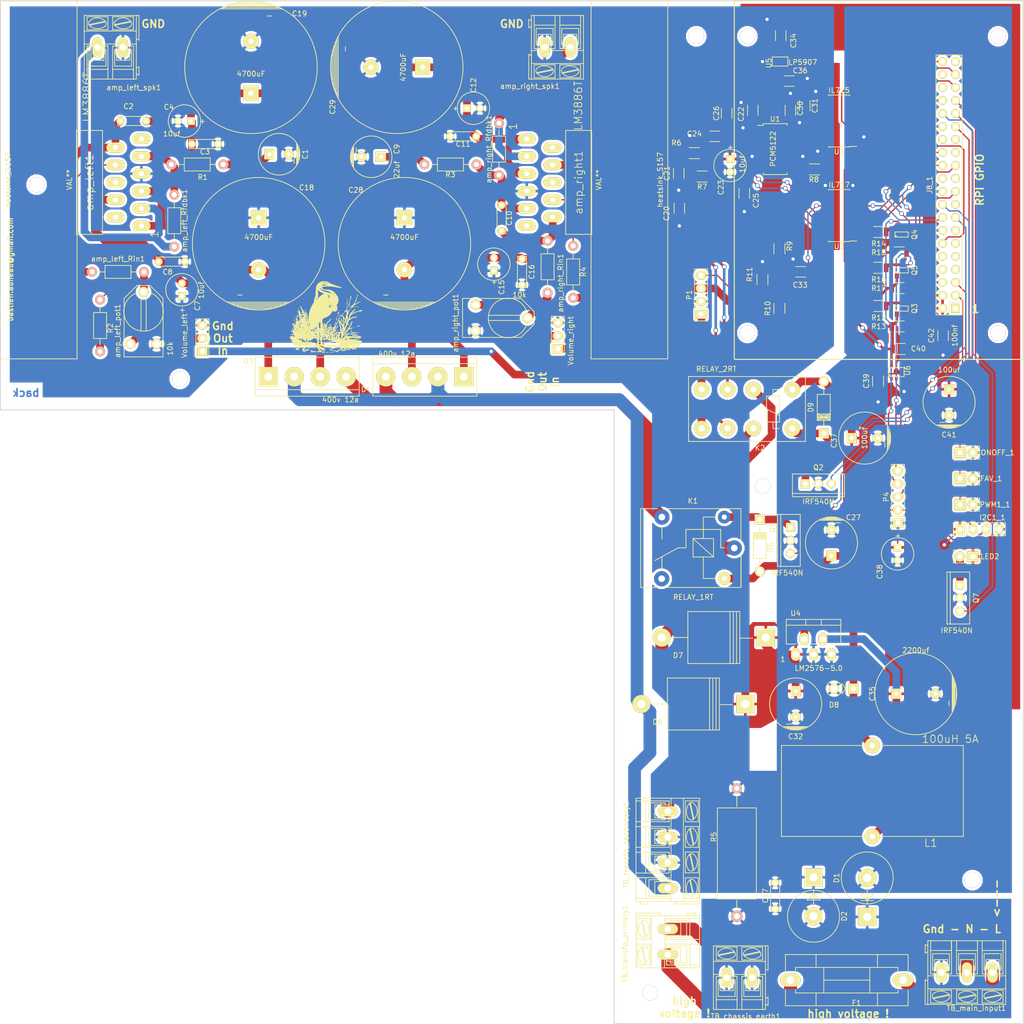
<source format=kicad_pcb>
(kicad_pcb (version 4) (host pcbnew "(2015-01-19 BZR 5380)-product")
  (layers (0 F.Cu mixed) (31 B.Cu mixed hide) (34 B.Paste user hide) (35 F.Paste user) (36 B.SilkS user hide) (37 F.SilkS user) (38 B.Mask user) (39 F.Mask user) (44 Edge.Cuts user))
  (net 0 "")
  (net 1 amp_left_V+)
  (net 2 amp_left_fdbk)
  (net 3 amp_left_V-)
  (net 4 "Net-(R2-Pad1)")
  (net 5 "Net-(C2-Pad1)")
  (net 6 "Net-(C2-Pad2)")
  (net 7 amp_left_in)
  (net 8 "Net-(amp_left_Rin1-Pad2)")
  (net 9 amp_right_V+)
  (net 10 amp_right_fdbk)
  (net 11 amp_right_V-)
  (net 12 "Net-(R4-Pad1)")
  (net 13 "Net-(C10-Pad1)")
  (net 14 "Net-(C10-Pad2)")
  (net 15 amp_right_in)
  (net 16 "Net-(amp_right_Rin1-Pad2)")
  (net 17 "Net-(C1-Pad1)")
  (net 18 "Net-(C9-Pad1)")
  (net 19 GNDPWR)
  (net 20 DAC_out_right)
  (net 21 DAC_out_left)
  (net 22 +3.3VDAC)
  (net 23 "Net-(C24-Pad1)")
  (net 24 "Net-(C26-Pad1)")
  (net 25 "Net-(C26-Pad2)")
  (net 26 +5VD)
  (net 27 "Net-(C31-Pad1)")
  (net 28 "Net-(C32-Pad1)")
  (net 29 GPIO_aux_in)
  (net 30 +3V3)
  (net 31 "Net-(D3-Pad2)")
  (net 32 "Net-(D3-Pad4)")
  (net 33 "Net-(D5-Pad2)")
  (net 34 "Net-(D7-Pad1)")
  (net 35 "Net-(D8-Pad2)")
  (net 36 "Net-(D9-Pad2)")
  (net 37 "Net-(F1-Pad2)")
  (net 38 "Net-(F1-Pad1)")
  (net 39 input_switch_favorite)
  (net 40 GPIO16_status_led)
  (net 41 GPIO17)
  (net 42 GPIO25)
  (net 43 GPIO27)
  (net 44 "Net-(I2C1_1-Pad2)")
  (net 45 "Net-(J8_1-Pad1)")
  (net 46 LED_DEFAULT_ON)
  (net 47 "Net-(J8_1-Pad8)")
  (net 48 "Net-(J8_1-Pad9)")
  (net 49 "Net-(J8_1-Pad10)")
  (net 50 DAC_i2s_BCK)
  (net 51 GPIO_relay_audio)
  (net 52 "Net-(J8_1-Pad17)")
  (net 53 GPIO_relay_power)
  (net 54 DAC_SPI_MISO)
  (net 55 DAC_SPI_select)
  (net 56 "Net-(J8_1-Pad25)")
  (net 57 screen_SPI_CE)
  (net 58 "Net-(J8_1-Pad27)")
  (net 59 "Net-(J8_1-Pad28)")
  (net 60 input_switch_onoff)
  (net 61 LED_PWM0)
  (net 62 GPIO_PWM1)
  (net 63 DAC_i2s_LRCK)
  (net 64 DAC_soft_mute)
  (net 65 "Net-(J8_1-Pad38)")
  (net 66 "Net-(J8_1-Pad39)")
  (net 67 DAC_i2s_DIN)
  (net 68 "Net-(K1-Pad3)")
  (net 69 "Net-(K2-Pad5)")
  (net 70 aux_in_left)
  (net 71 "Net-(K2-Pad12)")
  (net 72 aux_in_right)
  (net 73 "Net-(LED2-Pad2)")
  (net 74 "Net-(P1-Pad4)")
  (net 75 "Net-(P4-Pad3)")
  (net 76 "Net-(P4-Pad4)")
  (net 77 "Net-(P4-Pad5)")
  (net 78 "Net-(R6-Pad1)")
  (net 79 "Net-(R7-Pad1)")
  (net 80 "Net-(R8-Pad2)")
  (net 81 "Net-(TB_main_input1-Pad2)")
  (net 82 "Net-(U1-Pad11)")
  (net 83 "Net-(U1-Pad12)")
  (net 84 "Net-(U1-Pad13)")
  (net 85 "Net-(U1-Pad14)")
  (net 86 "Net-(U1-Pad15)")
  (net 87 "Net-(U1-Pad16)")
  (net 88 "Net-(U1-Pad18)")
  (net 89 "Net-(U1-Pad19)")
  (net 90 "Net-(U1-Pad21)")
  (net 91 "Net-(U1-Pad22)")
  (net 92 "Net-(U1-Pad23)")
  (net 93 "Net-(U1-Pad24)")
  (net 94 "Net-(U1-Pad25)")
  (net 95 "Net-(U2-Pad2)")
  (net 96 "Net-(U2-Pad7)")
  (net 97 "Net-(U2-Pad10)")
  (net 98 "Net-(U2-Pad15)")
  (net 99 "Net-(U3-Pad7)")
  (net 100 "Net-(U3-Pad8)")
  (net 101 "Net-(U3-Pad9)")
  (net 102 "Net-(U3-Pad10)")
  (net 103 GPIO_aux_in_analog)
  (net 104 GNDD)
  (net 105 "Net-(U5-Pad4)")
  (net 106 "Net-(U6-Pad4)")
  (net 107 screen_SPI_MOSI)
  (net 108 DAC_SPI_CLK)
  (net 109 "Net-(I2C1_1-Pad3)")
  (module lib:TO220-11 (layer F.Cu) (at 49.5 63.5 90)
    (fp_text reference amp_left1 (at 0 -5.08 90) (layer F.SilkS) (effects (font (size 1.5 1.5))))
    (fp_text value LM3886T (at 16.685 -5.545 90) (layer F.SilkS) (effects (font (size 1.5 1.5))))
    (fp_text user 1 (at -10.16 7.62 90) (layer F.SilkS) (effects (font (size 1.5 1.5))))
    (pad 1 thru_hole oval (at -8.5 5.08 90) (size 2 3.524) (drill 1) (layers *.Cu *.Mask F.SilkS) (net 1 amp_left_V+))
    (pad 2 thru_hole oval (at -6.8 0 90) (size 2 3.524) (drill 1) (layers *.Cu *.Mask F.SilkS))
    (pad 3 thru_hole oval (at -5.1 5.08 90) (size 2 3.524) (drill 1) (layers *.Cu *.Mask F.SilkS) (net 2 amp_left_fdbk))
    (pad 4 thru_hole oval (at -3.4 0 90) (size 2 3.524) (drill 1) (layers *.Cu *.Mask F.SilkS) (net 3 amp_left_V-))
    (pad 5 thru_hole oval (at -1.7 5.08 90) (size 2 3.524) (drill 1) (layers *.Cu *.Mask F.SilkS) (net 1 amp_left_V+))
    (pad 6 thru_hole oval (at 0 0 90) (size 2 3.524) (drill 1) (layers *.Cu *.Mask F.SilkS))
    (pad 7 thru_hole oval (at 1.7 5.08 90) (size 2 3.524) (drill 1) (layers *.Cu *.Mask F.SilkS) (net 104 GNDD))
    (pad 8 thru_hole oval (at 3.4 0 90) (size 2 3.524) (drill 1) (layers *.Cu *.Mask F.SilkS) (net 4 "Net-(R2-Pad1)"))
    (pad 9 thru_hole oval (at 5.1 5.08 90) (size 2 3.524) (drill 1) (layers *.Cu *.Mask F.SilkS) (net 5 "Net-(C2-Pad1)"))
    (pad 10 thru_hole oval (at 6.8 0 90) (size 2 3.524) (drill 1) (layers *.Cu *.Mask F.SilkS) (net 6 "Net-(C2-Pad2)"))
    (pad 11 thru_hole oval (at 8.5 5.08 90) (size 2 3.524) (drill 1) (layers *.Cu *.Mask F.SilkS))
  )
  (module Discret:RV2X4 (layer F.Cu) (at 55 90 90)
    (fp_text reference amp_left_pot1 (at -2.54 -5.08 90) (layer F.SilkS))
    (fp_text value 10k (at -6.012 5.198 90) (layer F.SilkS))
    (pad 1 thru_hole circle (at -5.08 -2.54 90) (size 2.032 2.032) (drill 1.27) (layers *.Cu *.Mask F.SilkS) (net 7 amp_left_in))
    (pad 2 thru_hole circle (at 5.08 0 90) (size 2.032 2.032) (drill 1.27) (layers *.Cu *.Mask F.SilkS) (net 8 "Net-(amp_left_Rin1-Pad2)"))
    (pad 3 thru_hole circle (at -5.08 2.54 90) (size 2.032 2.032) (drill 1.27) (layers *.Cu *.Mask F.SilkS) (net 104 GNDD))
  )
  (module Resistors_ThroughHole:Resistor_Horizontal_RM10mm (layer F.Cu) (at 61 71 270)
    (fp_text reference amp_left_Rfdbk1 (at 0 -2 270) (layer F.SilkS))
    (fp_text value 20k hide)
    (pad 1 thru_hole circle (at -5.08 0 270) (size 1.99898 1.99898) (drill 1.00076) (layers *.Cu *.SilkS *.Mask) (net 5 "Net-(C2-Pad1)"))
    (pad 2 thru_hole circle (at 5.08 0 270) (size 1.99898 1.99898) (drill 1.00076) (layers *.Cu *.SilkS *.Mask) (net 2 amp_left_fdbk))
  )
  (module Resistors_ThroughHole:Resistor_Horizontal_RM10mm (layer F.Cu) (at 50 81)
    (fp_text reference amp_left_Rin1 (at 0 -2.54) (layer F.SilkS))
    (fp_text value 1k hide)
    (pad 1 thru_hole circle (at -5.08 0) (size 1.99898 1.99898) (drill 1.00076) (layers *.Cu *.SilkS *.Mask) (net 6 "Net-(C2-Pad2)"))
    (pad 2 thru_hole circle (at 5.08 0) (size 1.99898 1.99898) (drill 1.00076) (layers *.Cu *.SilkS *.Mask) (net 8 "Net-(amp_left_Rin1-Pad2)"))
  )
  (module Connect:AK300-2 (layer F.Cu) (at 45.974 37.084)
    (fp_text reference amp_left_spk1 (at 7.112 7.874) (layer F.SilkS))
    (fp_text value Terminal_block_2 hide)
    (pad 1 thru_hole oval (at 0 0) (size 1.9812 3.9624) (drill 1.3208) (layers *.Cu *.Mask F.SilkS) (net 2 amp_left_fdbk))
    (pad 2 thru_hole oval (at 5 0) (size 1.9812 3.9624) (drill 1.3208) (layers *.Cu *.Mask F.SilkS) (net 104 GNDD))
  )
  (module lib:TO220-11 (layer F.Cu) (at 135 63.5 270)
    (fp_text reference amp_right1 (at 0 -5.08 270) (layer F.SilkS) (effects (font (size 1.5 1.5))))
    (fp_text value LM3886T (at -15 -5 270) (layer F.SilkS) (effects (font (size 1.5 1.5))))
    (fp_text user 1 (at -10.922 7.746 270) (layer F.SilkS) (effects (font (size 1.5 1.5))))
    (pad 1 thru_hole oval (at -8.5 5.08 270) (size 2 3.524) (drill 1) (layers *.Cu *.Mask F.SilkS) (net 9 amp_right_V+))
    (pad 2 thru_hole oval (at -6.8 0 270) (size 2 3.524) (drill 1) (layers *.Cu *.Mask F.SilkS))
    (pad 3 thru_hole oval (at -5.1 5.08 270) (size 2 3.524) (drill 1) (layers *.Cu *.Mask F.SilkS) (net 10 amp_right_fdbk))
    (pad 4 thru_hole oval (at -3.4 0 270) (size 2 3.524) (drill 1) (layers *.Cu *.Mask F.SilkS) (net 11 amp_right_V-))
    (pad 5 thru_hole oval (at -1.7 5.08 270) (size 2 3.524) (drill 1) (layers *.Cu *.Mask F.SilkS) (net 9 amp_right_V+))
    (pad 6 thru_hole oval (at 0 0 270) (size 2 3.524) (drill 1) (layers *.Cu *.Mask F.SilkS))
    (pad 7 thru_hole oval (at 1.7 5.08 270) (size 2 3.524) (drill 1) (layers *.Cu *.Mask F.SilkS) (net 104 GNDD))
    (pad 8 thru_hole oval (at 3.4 0 270) (size 2 3.524) (drill 1) (layers *.Cu *.Mask F.SilkS) (net 12 "Net-(R4-Pad1)"))
    (pad 9 thru_hole oval (at 5.1 5.08 270) (size 2 3.524) (drill 1) (layers *.Cu *.Mask F.SilkS) (net 13 "Net-(C10-Pad1)"))
    (pad 10 thru_hole oval (at 6.8 0 270) (size 2 3.524) (drill 1) (layers *.Cu *.Mask F.SilkS) (net 14 "Net-(C10-Pad2)"))
    (pad 11 thru_hole oval (at 8.5 5.08 270) (size 2 3.524) (drill 1) (layers *.Cu *.Mask F.SilkS))
  )
  (module Discret:RV2X4 (layer F.Cu) (at 125 90)
    (fp_text reference amp_right_pot1 (at -9 1 90) (layer F.SilkS))
    (fp_text value 10k (at 3.5 -4.5) (layer F.SilkS))
    (pad 1 thru_hole circle (at -5.08 -2.54) (size 2.032 2.032) (drill 1.27) (layers *.Cu *.Mask F.SilkS) (net 15 amp_right_in))
    (pad 2 thru_hole circle (at 5.08 0) (size 2.032 2.032) (drill 1.27) (layers *.Cu *.Mask F.SilkS) (net 16 "Net-(amp_right_Rin1-Pad2)"))
    (pad 3 thru_hole circle (at -5.08 2.54) (size 2.032 2.032) (drill 1.27) (layers *.Cu *.Mask F.SilkS) (net 104 GNDD))
  )
  (module Resistors_ThroughHole:Resistor_Horizontal_RM10mm (layer F.Cu) (at 124.5 57 90)
    (fp_text reference amp_right_Rfdbk1 (at 0 -2 90) (layer F.SilkS))
    (fp_text value 20k hide)
    (pad 1 thru_hole circle (at -5.08 0 90) (size 1.99898 1.99898) (drill 1.00076) (layers *.Cu *.SilkS *.Mask) (net 13 "Net-(C10-Pad1)"))
    (pad 2 thru_hole circle (at 5.08 0 90) (size 1.99898 1.99898) (drill 1.00076) (layers *.Cu *.SilkS *.Mask) (net 10 amp_right_fdbk))
  )
  (module Resistors_ThroughHole:Resistor_Horizontal_RM10mm (layer F.Cu) (at 134 80 270)
    (fp_text reference amp_right_Rin1 (at 3.175 -2.54 270) (layer F.SilkS))
    (fp_text value 1k hide)
    (pad 1 thru_hole circle (at -5.08 0 270) (size 1.99898 1.99898) (drill 1.00076) (layers *.Cu *.SilkS *.Mask) (net 14 "Net-(C10-Pad2)"))
    (pad 2 thru_hole circle (at 5.08 0 270) (size 1.99898 1.99898) (drill 1.00076) (layers *.Cu *.SilkS *.Mask) (net 16 "Net-(amp_right_Rin1-Pad2)"))
  )
  (module Connect:AK300-2 (layer F.Cu) (at 138.43 37.084 180)
    (fp_text reference amp_right_spk1 (at 7.874 -7.62 180) (layer F.SilkS))
    (fp_text value Terminal_block_2 hide)
    (pad 1 thru_hole oval (at 0 0 180) (size 1.9812 3.9624) (drill 1.3208) (layers *.Cu *.Mask F.SilkS) (net 10 amp_right_fdbk))
    (pad 2 thru_hole oval (at 5 0 180) (size 1.9812 3.9624) (drill 1.3208) (layers *.Cu *.Mask F.SilkS) (net 104 GNDD))
  )
  (module Capacitors_ThroughHole:Capacitor8x13RM3.8 (layer F.Cu) (at 81.5 58 270)
    (fp_text reference C1 (at 0 -5.08 270) (layer F.SilkS))
    (fp_text value 22uf hide)
    (pad 1 thru_hole rect (at 0 1.905 270) (size 1.99898 1.99898) (drill 0.8001) (layers *.Cu *.Mask F.SilkS) (net 17 "Net-(C1-Pad1)"))
    (pad 2 thru_hole circle (at 0 -1.905 270) (size 1.99898 1.99898) (drill 0.8001) (layers *.Cu *.Mask F.SilkS) (net 104 GNDD))
  )
  (module Capacitors_ThroughHole:Capacitor6MMDiscRM5 (layer F.Cu) (at 53 51.5 180)
    (fp_text reference C2 (at 0.9525 2.8575 180) (layer F.SilkS))
    (fp_text value 220pf hide)
    (pad 1 thru_hole circle (at -2.54 0 180) (size 1.50114 1.50114) (drill 0.8001) (layers *.Cu *.Mask F.SilkS) (net 5 "Net-(C2-Pad1)"))
    (pad 2 thru_hole circle (at 2.54 0 180) (size 1.50114 1.50114) (drill 0.8001) (layers *.Cu *.Mask F.SilkS) (net 6 "Net-(C2-Pad2)"))
  )
  (module Capacitors_ThroughHole:Capacitor6MMDiscRM5 (layer F.Cu) (at 67 56 180)
    (fp_text reference C3 (at 0 -1.5 180) (layer F.SilkS))
    (fp_text value 100nf hide)
    (pad 1 thru_hole circle (at -2.54 0 180) (size 1.50114 1.50114) (drill 0.8001) (layers *.Cu *.Mask F.SilkS) (net 104 GNDD))
    (pad 2 thru_hole circle (at 2.54 0 180) (size 1.50114 1.50114) (drill 0.8001) (layers *.Cu *.Mask F.SilkS) (net 1 amp_left_V+))
  )
  (module Discret:C1V7 (layer F.Cu) (at 63 51.5 180)
    (fp_text reference C4 (at 3.056 2.732 180) (layer F.SilkS))
    (fp_text value 10uf (at 2.5 -2.5 180) (layer F.SilkS))
    (fp_text user + (at -3.5 0 180) (layer F.SilkS))
    (pad 1 thru_hole rect (at -1.27 0 180) (size 1.524 1.524) (drill 0.8128) (layers *.Cu *.Mask F.SilkS) (net 1 amp_left_V+))
    (pad 2 thru_hole circle (at 1.27 0 180) (size 1.524 1.524) (drill 0.8128) (layers *.Cu *.Mask F.SilkS) (net 104 GNDD))
  )
  (module Discret:C1V7 (layer F.Cu) (at 62.5 84.5 90)
    (fp_text reference C7 (at -3.13 3.032 90) (layer F.SilkS))
    (fp_text value 10uf (at -0.082 3.794 90) (layer F.SilkS))
    (fp_text user + (at -4 0 90) (layer F.SilkS))
    (pad 1 thru_hole rect (at -1.27 0 90) (size 1.524 1.524) (drill 0.8128) (layers *.Cu *.Mask F.SilkS) (net 104 GNDD))
    (pad 2 thru_hole circle (at 1.27 0 90) (size 1.524 1.524) (drill 0.8128) (layers *.Cu *.Mask F.SilkS) (net 3 amp_left_V-))
  )
  (module Capacitors_ThroughHole:Capacitor6MMDiscRM5 (layer F.Cu) (at 60.5 79 180)
    (fp_text reference C8 (at 0.81 -2.026 180) (layer F.SilkS))
    (fp_text value 100nf hide)
    (pad 1 thru_hole circle (at -2.54 0 180) (size 1.50114 1.50114) (drill 0.8001) (layers *.Cu *.Mask F.SilkS) (net 104 GNDD))
    (pad 2 thru_hole circle (at 2.54 0 180) (size 1.50114 1.50114) (drill 0.8001) (layers *.Cu *.Mask F.SilkS) (net 3 amp_left_V-))
  )
  (module Capacitors_ThroughHole:Capacitor8x13RM3.8 (layer F.Cu) (at 99.5 58.5 90)
    (fp_text reference C9 (at 1.5 5 90) (layer F.SilkS))
    (fp_text value 22uf (at -2.5 5 90) (layer F.SilkS))
    (pad 1 thru_hole rect (at 0 1.905 90) (size 1.99898 1.99898) (drill 0.8001) (layers *.Cu *.Mask F.SilkS) (net 18 "Net-(C9-Pad1)"))
    (pad 2 thru_hole circle (at 0 -1.905 90) (size 1.99898 1.99898) (drill 0.8001) (layers *.Cu *.Mask F.SilkS) (net 104 GNDD))
  )
  (module Capacitors_ThroughHole:Capacitor6MMDiscRM5 (layer F.Cu) (at 125 70.5 270)
    (fp_text reference C10 (at 0 -1.5 270) (layer F.SilkS))
    (fp_text value 220pf hide)
    (pad 1 thru_hole circle (at -2.54 0 270) (size 1.50114 1.50114) (drill 0.8001) (layers *.Cu *.Mask F.SilkS) (net 13 "Net-(C10-Pad1)"))
    (pad 2 thru_hole circle (at 2.54 0 270) (size 1.50114 1.50114) (drill 0.8001) (layers *.Cu *.Mask F.SilkS) (net 14 "Net-(C10-Pad2)"))
  )
  (module Capacitors_ThroughHole:Capacitor6MMDiscRM5 (layer F.Cu) (at 117.5 54.5)
    (fp_text reference C11 (at 0 1.5) (layer F.SilkS))
    (fp_text value 100nf hide)
    (pad 1 thru_hole circle (at -2.54 0) (size 1.50114 1.50114) (drill 0.8001) (layers *.Cu *.Mask F.SilkS) (net 104 GNDD))
    (pad 2 thru_hole circle (at 2.54 0) (size 1.50114 1.50114) (drill 0.8001) (layers *.Cu *.Mask F.SilkS) (net 9 amp_right_V+))
  )
  (module Discret:C1V7 (layer F.Cu) (at 119.5 49)
    (fp_text reference C12 (at 0 -4.5 90) (layer F.SilkS))
    (fp_text value 10uf hide)
    (fp_text user + (at -3.5 0) (layer F.SilkS))
    (pad 1 thru_hole rect (at -1.27 0) (size 1.524 1.524) (drill 0.8128) (layers *.Cu *.Mask F.SilkS) (net 9 amp_right_V+))
    (pad 2 thru_hole circle (at 1.27 0) (size 1.524 1.524) (drill 0.8128) (layers *.Cu *.Mask F.SilkS) (net 104 GNDD))
  )
  (module Discret:C1V7 (layer F.Cu) (at 123.5 79.5 90)
    (fp_text reference C15 (at -4.5 1.5 90) (layer F.SilkS))
    (fp_text value 10uf hide)
    (fp_text user + (at -3.5 0 90) (layer F.SilkS))
    (pad 1 thru_hole rect (at -1.27 0 90) (size 1.524 1.524) (drill 0.8128) (layers *.Cu *.Mask F.SilkS) (net 104 GNDD))
    (pad 2 thru_hole circle (at 1.27 0 90) (size 1.524 1.524) (drill 0.8128) (layers *.Cu *.Mask F.SilkS) (net 11 amp_right_V-))
  )
  (module Capacitors_ThroughHole:Capacitor6MMDiscRM5 (layer F.Cu) (at 129 81 90)
    (fp_text reference C16 (at 0 1.905 90) (layer F.SilkS))
    (fp_text value 100nf hide)
    (pad 1 thru_hole circle (at -2.54 0 90) (size 1.50114 1.50114) (drill 0.8001) (layers *.Cu *.Mask F.SilkS) (net 104 GNDD))
    (pad 2 thru_hole circle (at 2.54 0 90) (size 1.50114 1.50114) (drill 0.8001) (layers *.Cu *.Mask F.SilkS) (net 11 amp_right_V-))
  )
  (module Capacitors_ThroughHole:Capacitor6MMDiscRM5 (layer F.Cu) (at 178.5 203 90)
    (fp_text reference C17 (at 0 -1.905 90) (layer F.SilkS))
    (fp_text value 100nf hide)
    (pad 1 thru_hole circle (at -2.54 0 90) (size 1.50114 1.50114) (drill 0.8001) (layers *.Cu *.Mask F.SilkS) (net 19 GNDPWR))
    (pad 2 thru_hole circle (at 2.54 0 90) (size 1.50114 1.50114) (drill 0.8001) (layers *.Cu *.Mask F.SilkS) (net 104 GNDD))
  )
  (module Capacitors_ThroughHole:Capacitor26x45RM10 (layer F.Cu) (at 77.5 75.5 180)
    (fp_text reference C18 (at -9.368 10.984 180) (layer F.SilkS))
    (fp_text value 4700uF (at 0 1.27 180) (layer F.SilkS))
    (pad 1 thru_hole rect (at 0 5.08 180) (size 2.99974 2.99974) (drill 1.00076) (layers *.Cu *.Mask F.SilkS) (net 104 GNDD))
    (pad 2 thru_hole circle (at 0 -5.08 180) (size 2.99974 2.99974) (drill 1.00076) (layers *.Cu *.Mask F.SilkS) (net 3 amp_left_V-))
  )
  (module Capacitors_ThroughHole:Capacitor26x45RM10 (layer F.Cu) (at 76 41)
    (fp_text reference C19 (at 9.5 -10.5) (layer F.SilkS))
    (fp_text value 4700uF (at 0 1.27) (layer F.SilkS))
    (pad 1 thru_hole rect (at 0 5.08) (size 2.99974 2.99974) (drill 1.00076) (layers *.Cu *.Mask F.SilkS) (net 1 amp_left_V+))
    (pad 2 thru_hole circle (at 0 -5.08) (size 2.99974 2.99974) (drill 1.00076) (layers *.Cu *.Mask F.SilkS) (net 104 GNDD))
  )
  (module Capacitors_SMD:C_1206 (layer F.Cu) (at 159.766 68.58 90)
    (fp_text reference C20 (at -1 -2.5 90) (layer F.SilkS))
    (fp_text value 2.2nf hide)
    (pad 1 smd rect (at -1.5 0 90) (size 1 1.6) (layers F.Cu F.Paste F.Mask) (net 104 GNDD))
    (pad 2 smd rect (at 1.5 0 90) (size 1 1.6) (layers F.Cu F.Paste F.Mask) (net 20 DAC_out_right))
  )
  (module Capacitors_SMD:C_1206 (layer F.Cu) (at 159.639 61.722 90)
    (fp_text reference C21 (at 0 -2.3 90) (layer F.SilkS))
    (fp_text value 2.2nf hide)
    (pad 1 smd rect (at -1.5 0 90) (size 1 1.6) (layers F.Cu F.Paste F.Mask) (net 104 GNDD))
    (pad 2 smd rect (at 1.5 0 90) (size 1 1.6) (layers F.Cu F.Paste F.Mask) (net 21 DAC_out_left))
  )
  (module Capacitors_SMD:C_1206 (layer F.Cu) (at 174.117 49.403 270)
    (fp_text reference C22 (at 0.762 2.286 270) (layer F.SilkS))
    (fp_text value 0.1uf hide)
    (pad 1 smd rect (at -1.5 0 270) (size 1 1.6) (layers F.Cu F.Paste F.Mask) (net 104 GNDD))
    (pad 2 smd rect (at 1.5 0 270) (size 1 1.6) (layers F.Cu F.Paste F.Mask) (net 22 +3.3VDAC))
  )
  (module Discret:C1V7 (layer F.Cu) (at 169.672 60.198 270)
    (fp_text reference C23 (at 4.318 1.778 270) (layer F.SilkS))
    (fp_text value 10uf (at -0.258 -2.404 270) (layer F.SilkS))
    (fp_text user + (at -3.5 0 270) (layer F.SilkS))
    (pad 1 thru_hole rect (at -1.27 0 270) (size 1.524 1.524) (drill 0.8128) (layers *.Cu *.Mask F.SilkS) (net 22 +3.3VDAC))
    (pad 2 thru_hole circle (at 1.27 0 270) (size 1.524 1.524) (drill 0.8128) (layers *.Cu *.Mask F.SilkS) (net 104 GNDD))
  )
  (module Capacitors_SMD:C_1206 (layer F.Cu) (at 166.706 54.5 180)
    (fp_text reference C24 (at 4 0.5 180) (layer F.SilkS))
    (fp_text value 2.2uf hide)
    (pad 1 smd rect (at -1.5 0 180) (size 1 1.6) (layers F.Cu F.Paste F.Mask) (net 23 "Net-(C24-Pad1)"))
    (pad 2 smd rect (at 1.5 0 180) (size 1 1.6) (layers F.Cu F.Paste F.Mask) (net 104 GNDD))
  )
  (module Capacitors_SMD:C_1206 (layer F.Cu) (at 172.466 65.659 90)
    (fp_text reference C25 (at -1.397 2.286 90) (layer F.SilkS))
    (fp_text value 0.1uf hide)
    (pad 1 smd rect (at -1.5 0 90) (size 1 1.6) (layers F.Cu F.Paste F.Mask) (net 104 GNDD))
    (pad 2 smd rect (at 1.5 0 90) (size 1 1.6) (layers F.Cu F.Paste F.Mask) (net 22 +3.3VDAC))
  )
  (module Capacitors_SMD:C_1206 (layer F.Cu) (at 169 50 90)
    (fp_text reference C26 (at 0 -2 90) (layer F.SilkS))
    (fp_text value 2.2uf hide)
    (pad 1 smd rect (at -1.5 0 90) (size 1 1.6) (layers F.Cu F.Paste F.Mask) (net 24 "Net-(C26-Pad1)"))
    (pad 2 smd rect (at 1.5 0 90) (size 1 1.6) (layers F.Cu F.Paste F.Mask) (net 25 "Net-(C26-Pad2)"))
  )
  (module Capacitors_ThroughHole:Capacitor10x21RM5 (layer F.Cu) (at 189.5 134)
    (fp_text reference C27 (at 4.302 -4.968) (layer F.SilkS))
    (fp_text value 100uf hide)
    (pad 1 thru_hole rect (at 0 2.54) (size 1.99898 1.99898) (drill 0.8001) (layers *.Cu *.Mask F.SilkS) (net 26 +5VD))
    (pad 2 thru_hole circle (at 0 -2.54) (size 1.99898 1.99898) (drill 0.8001) (layers *.Cu *.Mask F.SilkS) (net 104 GNDD))
  )
  (module Capacitors_ThroughHole:Capacitor26x45RM10 (layer F.Cu) (at 106 75.5 180)
    (fp_text reference C28 (at 9.5 10.5 180) (layer F.SilkS))
    (fp_text value 4700uF (at 0 1.27 180) (layer F.SilkS))
    (pad 1 thru_hole rect (at 0 5.08 180) (size 2.99974 2.99974) (drill 1.00076) (layers *.Cu *.Mask F.SilkS) (net 104 GNDD))
    (pad 2 thru_hole circle (at 0 -5.08 180) (size 2.99974 2.99974) (drill 1.00076) (layers *.Cu *.Mask F.SilkS) (net 11 amp_right_V-))
  )
  (module Capacitors_ThroughHole:Capacitor26x45RM10 (layer F.Cu) (at 104.5 41 90)
    (fp_text reference C29 (at -7.768 -12.552 90) (layer F.SilkS))
    (fp_text value 4700uF (at 0 1.27 90) (layer F.SilkS))
    (pad 1 thru_hole rect (at 0 5.08 90) (size 2.99974 2.99974) (drill 1.00076) (layers *.Cu *.Mask F.SilkS) (net 9 amp_right_V+))
    (pad 2 thru_hole circle (at 0 -5.08 90) (size 2.99974 2.99974) (drill 1.00076) (layers *.Cu *.Mask F.SilkS) (net 104 GNDD))
  )
  (module Capacitors_SMD:C_1206 (layer F.Cu) (at 181.483 49.403 270)
    (fp_text reference C30 (at -0.381 -1.905 270) (layer F.SilkS))
    (fp_text value 0.1uf hide)
    (pad 1 smd rect (at -1.5 0 270) (size 1 1.6) (layers F.Cu F.Paste F.Mask) (net 104 GNDD))
    (pad 2 smd rect (at 1.5 0 270) (size 1 1.6) (layers F.Cu F.Paste F.Mask) (net 22 +3.3VDAC))
  )
  (module Capacitors_SMD:C_1206 (layer F.Cu) (at 184.277 48.514 90)
    (fp_text reference C31 (at 0 2 90) (layer F.SilkS))
    (fp_text value 0.1uf hide)
    (pad 1 smd rect (at -1.5 0 90) (size 1 1.6) (layers F.Cu F.Paste F.Mask) (net 27 "Net-(C31-Pad1)"))
    (pad 2 smd rect (at 1.5 0 90) (size 1 1.6) (layers F.Cu F.Paste F.Mask) (net 104 GNDD))
  )
  (module Capacitors_ThroughHole:Capacitor10x21RM5 (layer F.Cu) (at 182.5 165.5 180)
    (fp_text reference C32 (at 0 -6.35 180) (layer F.SilkS))
    (fp_text value 100uf hide)
    (pad 1 thru_hole rect (at 0 2.54 180) (size 1.99898 1.99898) (drill 0.8001) (layers *.Cu *.Mask F.SilkS) (net 28 "Net-(C32-Pad1)"))
    (pad 2 thru_hole circle (at 0 -2.54 180) (size 1.99898 1.99898) (drill 0.8001) (layers *.Cu *.Mask F.SilkS) (net 104 GNDD))
  )
  (module Capacitors_SMD:C_1206 (layer F.Cu) (at 183.5 81)
    (fp_text reference C33 (at -0.112 2.566) (layer F.SilkS))
    (fp_text value 10nf hide)
    (pad 1 smd rect (at -1.5 0) (size 1 1.6) (layers F.Cu F.Paste F.Mask) (net 104 GNDD))
    (pad 2 smd rect (at 1.5 0) (size 1 1.6) (layers F.Cu F.Paste F.Mask) (net 103 GPIO_aux_in_analog))
  )
  (module Capacitors_SMD:C_1206 (layer F.Cu) (at 179.578 34.798 270)
    (fp_text reference C34 (at 1 -2.5 270) (layer F.SilkS))
    (fp_text value 1uf hide)
    (pad 1 smd rect (at -1.5 0 270) (size 1 1.6) (layers F.Cu F.Paste F.Mask) (net 104 GNDD))
    (pad 2 smd rect (at 1.5 0 270) (size 1 1.6) (layers F.Cu F.Paste F.Mask) (net 26 +5VD))
  )
  (module Capacitors_ThroughHole:Capacitor16x25RM7.5 (layer F.Cu) (at 206 163.5 270)
    (fp_text reference C35 (at 0 8.5 270) (layer F.SilkS))
    (fp_text value 2200uf (at -8.5 0 360) (layer F.SilkS))
    (pad 1 thru_hole rect (at 0 3.81 270) (size 1.99898 1.99898) (drill 0.8001) (layers *.Cu *.Mask F.SilkS) (net 26 +5VD))
    (pad 2 thru_hole circle (at 0 -3.81 270) (size 1.99898 1.99898) (drill 0.8001) (layers *.Cu *.Mask F.SilkS) (net 104 GNDD))
  )
  (module Capacitors_SMD:C_1206 (layer F.Cu) (at 181.229 43.688 180)
    (fp_text reference C36 (at -2.159 2.032 180) (layer F.SilkS))
    (fp_text value 1uf hide)
    (pad 1 smd rect (at -1.5 0 180) (size 1 1.6) (layers F.Cu F.Paste F.Mask) (net 104 GNDD))
    (pad 2 smd rect (at 1.5 0 180) (size 1 1.6) (layers F.Cu F.Paste F.Mask) (net 22 +3.3VDAC))
  )
  (module Capacitors_ThroughHole:Capacitor10x21RM5 (layer F.Cu) (at 196 113.5 270)
    (fp_text reference C37 (at 0.5 6 270) (layer F.SilkS))
    (fp_text value 100uf (at 0 0 270) (layer F.SilkS))
    (pad 1 thru_hole rect (at 0 2.54 270) (size 1.99898 1.99898) (drill 0.8001) (layers *.Cu *.Mask F.SilkS) (net 26 +5VD))
    (pad 2 thru_hole circle (at 0 -2.54 270) (size 1.99898 1.99898) (drill 0.8001) (layers *.Cu *.Mask F.SilkS) (net 104 GNDD))
  )
  (module Discret:C1V7 (layer F.Cu) (at 202.438 136.144 270)
    (fp_text reference C38 (at 3.5 3.5 270) (layer F.SilkS))
    (fp_text value 10uf hide)
    (fp_text user + (at -3.5 0 270) (layer F.SilkS))
    (pad 1 thru_hole rect (at -1.27 0 270) (size 1.524 1.524) (drill 0.8128) (layers *.Cu *.Mask F.SilkS) (net 26 +5VD))
    (pad 2 thru_hole circle (at 1.27 0 270) (size 1.524 1.524) (drill 0.8128) (layers *.Cu *.Mask F.SilkS) (net 104 GNDD))
  )
  (module Resistors_SMD:R_1206 (layer F.Cu) (at 198.628 102.362 90)
    (fp_text reference C39 (at 0 -2.3 90) (layer F.SilkS))
    (fp_text value 1uf hide)
    (pad 1 smd rect (at -1.45 0 90) (size 0.9 1.7) (layers F.Cu F.Paste F.Mask) (net 104 GNDD))
    (pad 2 smd rect (at 1.45 0 90) (size 0.9 1.7) (layers F.Cu F.Paste F.Mask) (net 26 +5VD))
  )
  (module Resistors_SMD:R_1206 (layer F.Cu) (at 202.901 96.077 180)
    (fp_text reference C40 (at -3.601 0.065 180) (layer F.SilkS))
    (fp_text value 1uf hide)
    (pad 1 smd rect (at -1.45 0 180) (size 0.9 1.7) (layers F.Cu F.Paste F.Mask) (net 104 GNDD))
    (pad 2 smd rect (at 1.45 0 180) (size 0.9 1.7) (layers F.Cu F.Paste F.Mask) (net 30 +3V3))
  )
  (module Capacitors_ThroughHole:Capacitor10x21RM5 (layer F.Cu) (at 212.5 106.5 180)
    (fp_text reference C41 (at 0 -6.35 180) (layer F.SilkS))
    (fp_text value 100uf (at 0 6.35 180) (layer F.SilkS))
    (pad 1 thru_hole rect (at 0 2.54 180) (size 1.99898 1.99898) (drill 0.8001) (layers *.Cu *.Mask F.SilkS) (net 26 +5VD))
    (pad 2 thru_hole circle (at 0 -2.54 180) (size 1.99898 1.99898) (drill 0.8001) (layers *.Cu *.Mask F.SilkS) (net 104 GNDD))
  )
  (module Capacitors_SMD:C_1206 (layer F.Cu) (at 211.328 93.472 90)
    (fp_text reference C42 (at 0 -2.3 90) (layer F.SilkS))
    (fp_text value 100nf (at 0 2.3 90) (layer F.SilkS))
    (pad 1 smd rect (at -1.5 0 90) (size 1 1.6) (layers F.Cu F.Paste F.Mask) (net 104 GNDD))
    (pad 2 smd rect (at 1.5 0 90) (size 1 1.6) (layers F.Cu F.Paste F.Mask) (net 26 +5VD))
  )
  (module Connect:bornier4 (layer F.Cu) (at 87 101.5)
    (fp_text reference D3 (at -11.5 -3) (layer F.SilkS))
    (fp_text value "400v 12a" (at 6.5 4.5) (layer F.SilkS))
    (pad 2 thru_hole circle (at -2.54 0) (size 3.81 3.81) (drill 1.524) (layers *.Cu *.Mask F.SilkS) (net 31 "Net-(D3-Pad2)"))
    (pad 3 thru_hole circle (at 2.54 0) (size 3.81 3.81) (drill 1.524) (layers *.Cu *.Mask F.SilkS) (net 1 amp_left_V+))
    (pad 1 thru_hole rect (at -7.62 0) (size 3.81 3.81) (drill 1.524) (layers *.Cu *.Mask F.SilkS) (net 3 amp_left_V-))
    (pad 4 thru_hole circle (at 7.62 0) (size 3.81 3.81) (drill 1.524) (layers *.Cu *.Mask F.SilkS) (net 32 "Net-(D3-Pad4)"))
  )
  (module Connect:bornier4 (layer F.Cu) (at 110 101.5 180)
    (fp_text reference D4 (at 11.5 -2.5 180) (layer F.SilkS))
    (fp_text value "400v 12a" (at 5.5 4.5 180) (layer F.SilkS))
    (pad 2 thru_hole circle (at -2.54 0 180) (size 3.81 3.81) (drill 1.524) (layers *.Cu *.Mask F.SilkS) (net 31 "Net-(D3-Pad2)"))
    (pad 3 thru_hole circle (at 2.54 0 180) (size 3.81 3.81) (drill 1.524) (layers *.Cu *.Mask F.SilkS) (net 9 amp_right_V+))
    (pad 1 thru_hole rect (at -7.62 0 180) (size 3.81 3.81) (drill 1.524) (layers *.Cu *.Mask F.SilkS) (net 11 amp_right_V-))
    (pad 4 thru_hole circle (at 7.62 0 180) (size 3.81 3.81) (drill 1.524) (layers *.Cu *.Mask F.SilkS) (net 32 "Net-(D3-Pad4)"))
  )
  (module Diodes_ThroughHole:Diode_DO-41_SOD81_Vertical_KathodeUp (layer F.Cu) (at 190 162.5)
    (fp_text reference D8 (at 0 3.175) (layer F.SilkS))
    (fp_text value 1N5822 hide)
    (pad 1 thru_hole circle (at 0 0) (size 1.99898 1.99898) (drill 1.27) (layers *.Cu *.Mask F.SilkS) (net 104 GNDD))
    (pad 2 thru_hole rect (at 3.81 0) (size 1.99898 1.99898) (drill 1.00076) (layers *.Cu *.Mask F.SilkS) (net 35 "Net-(D8-Pad2)"))
  )
  (module Fuse_Holders_and_Fuses:Fuseholder5x20_horiz_SemiClosed_Casing10x25mm (layer F.Cu) (at 192.5 219.5 180)
    (fp_text reference F1 (at -1.905 -4.445 180) (layer F.SilkS))
    (fp_text value 5A hide)
    (pad 2 thru_hole oval (at 11.00074 0 90) (size 2.49936 4.0005) (drill 1.50114) (layers *.Cu *.Mask F.SilkS) (net 37 "Net-(F1-Pad2)"))
    (pad 1 thru_hole oval (at -11.00074 0 90) (size 2.49936 4.0005) (drill 1.50114) (layers *.Cu *.Mask F.SilkS) (net 38 "Net-(F1-Pad1)"))
  )
  (module Pin_Headers:Pin_Header_Straight_1x02 (layer F.Cu) (at 215.9 121.412)
    (fp_text reference FAV_1 (at 4.826 0) (layer F.SilkS))
    (fp_text value CONN_01X02 hide)
    (pad 1 thru_hole rect (at -1.27 0) (size 2.032 2.032) (drill 1.016) (layers *.Cu *.Mask F.SilkS) (net 39 input_switch_favorite))
    (pad 2 thru_hole oval (at 1.27 0) (size 2.032 2.032) (drill 1.016) (layers *.Cu *.Mask F.SilkS) (net 104 GNDD))
  )
  (module Pin_Headers:Pin_Header_Straight_2x20 (layer F.Cu) (at 212.5 64 90)
    (fp_text reference J8_1 (at 0 -3.81 90) (layer F.SilkS))
    (fp_text value RPI_B+_J8_header hide)
    (pad 1 thru_hole rect (at -24.13 1.27 90) (size 1.7272 1.7272) (drill 1.016) (layers *.Cu *.Mask F.SilkS) (net 45 "Net-(J8_1-Pad1)"))
    (pad 2 thru_hole oval (at -24.13 -1.27 90) (size 1.7272 1.7272) (drill 1.016) (layers *.Cu *.Mask F.SilkS) (net 26 +5VD))
    (pad 3 thru_hole oval (at -21.59 1.27 90) (size 1.7272 1.7272) (drill 1.016) (layers *.Cu *.Mask F.SilkS) (net 109 "Net-(I2C1_1-Pad3)"))
    (pad 4 thru_hole oval (at -21.59 -1.27 90) (size 1.7272 1.7272) (drill 1.016) (layers *.Cu *.Mask F.SilkS) (net 26 +5VD))
    (pad 5 thru_hole oval (at -19.05 1.27 90) (size 1.7272 1.7272) (drill 1.016) (layers *.Cu *.Mask F.SilkS) (net 44 "Net-(I2C1_1-Pad2)"))
    (pad 6 thru_hole oval (at -19.05 -1.27 90) (size 1.7272 1.7272) (drill 1.016) (layers *.Cu *.Mask F.SilkS) (net 104 GNDD))
    (pad 7 thru_hole oval (at -16.51 1.27 90) (size 1.7272 1.7272) (drill 1.016) (layers *.Cu *.Mask F.SilkS) (net 46 LED_DEFAULT_ON))
    (pad 8 thru_hole oval (at -16.51 -1.27 90) (size 1.7272 1.7272) (drill 1.016) (layers *.Cu *.Mask F.SilkS) (net 47 "Net-(J8_1-Pad8)"))
    (pad 9 thru_hole oval (at -13.97 1.27 90) (size 1.7272 1.7272) (drill 1.016) (layers *.Cu *.Mask F.SilkS) (net 48 "Net-(J8_1-Pad9)"))
    (pad 10 thru_hole oval (at -13.97 -1.27 90) (size 1.7272 1.7272) (drill 1.016) (layers *.Cu *.Mask F.SilkS) (net 49 "Net-(J8_1-Pad10)"))
    (pad 11 thru_hole oval (at -11.43 1.27 90) (size 1.7272 1.7272) (drill 1.016) (layers *.Cu *.Mask F.SilkS) (net 41 GPIO17))
    (pad 12 thru_hole oval (at -11.43 -1.27 90) (size 1.7272 1.7272) (drill 1.016) (layers *.Cu *.Mask F.SilkS) (net 50 DAC_i2s_BCK))
    (pad 13 thru_hole oval (at -8.89 1.27 90) (size 1.7272 1.7272) (drill 1.016) (layers *.Cu *.Mask F.SilkS) (net 43 GPIO27))
    (pad 14 thru_hole oval (at -8.89 -1.27 90) (size 1.7272 1.7272) (drill 1.016) (layers *.Cu *.Mask F.SilkS) (net 104 GNDD))
    (pad 15 thru_hole oval (at -6.35 1.27 90) (size 1.7272 1.7272) (drill 1.016) (layers *.Cu *.Mask F.SilkS) (net 51 GPIO_relay_audio))
    (pad 16 thru_hole oval (at -6.35 -1.27 90) (size 1.7272 1.7272) (drill 1.016) (layers *.Cu *.Mask F.SilkS) (net 29 GPIO_aux_in))
    (pad 17 thru_hole oval (at -3.81 1.27 90) (size 1.7272 1.7272) (drill 1.016) (layers *.Cu *.Mask F.SilkS) (net 52 "Net-(J8_1-Pad17)"))
    (pad 18 thru_hole oval (at -3.81 -1.27 90) (size 1.7272 1.7272) (drill 1.016) (layers *.Cu *.Mask F.SilkS) (net 53 GPIO_relay_power))
    (pad 19 thru_hole oval (at -1.27 1.27 90) (size 1.7272 1.7272) (drill 1.016) (layers *.Cu *.Mask F.SilkS) (net 107 screen_SPI_MOSI))
    (pad 20 thru_hole oval (at -1.27 -1.27 90) (size 1.7272 1.7272) (drill 1.016) (layers *.Cu *.Mask F.SilkS) (net 104 GNDD))
    (pad 21 thru_hole oval (at 1.27 1.27 90) (size 1.7272 1.7272) (drill 1.016) (layers *.Cu *.Mask F.SilkS) (net 54 DAC_SPI_MISO))
    (pad 22 thru_hole oval (at 1.27 -1.27 90) (size 1.7272 1.7272) (drill 1.016) (layers *.Cu *.Mask F.SilkS) (net 42 GPIO25))
    (pad 23 thru_hole oval (at 3.81 1.27 90) (size 1.7272 1.7272) (drill 1.016) (layers *.Cu *.Mask F.SilkS) (net 108 DAC_SPI_CLK))
    (pad 24 thru_hole oval (at 3.81 -1.27 90) (size 1.7272 1.7272) (drill 1.016) (layers *.Cu *.Mask F.SilkS) (net 55 DAC_SPI_select))
    (pad 25 thru_hole oval (at 6.35 1.27 90) (size 1.7272 1.7272) (drill 1.016) (layers *.Cu *.Mask F.SilkS) (net 56 "Net-(J8_1-Pad25)"))
    (pad 26 thru_hole oval (at 6.35 -1.27 90) (size 1.7272 1.7272) (drill 1.016) (layers *.Cu *.Mask F.SilkS) (net 57 screen_SPI_CE))
    (pad 27 thru_hole oval (at 8.89 1.27 90) (size 1.7272 1.7272) (drill 1.016) (layers *.Cu *.Mask F.SilkS) (net 58 "Net-(J8_1-Pad27)"))
    (pad 28 thru_hole oval (at 8.89 -1.27 90) (size 1.7272 1.7272) (drill 1.016) (layers *.Cu *.Mask F.SilkS) (net 59 "Net-(J8_1-Pad28)"))
    (pad 29 thru_hole oval (at 11.43 1.27 90) (size 1.7272 1.7272) (drill 1.016) (layers *.Cu *.Mask F.SilkS) (net 60 input_switch_onoff))
    (pad 30 thru_hole oval (at 11.43 -1.27 90) (size 1.7272 1.7272) (drill 1.016) (layers *.Cu *.Mask F.SilkS) (net 104 GNDD))
    (pad 31 thru_hole oval (at 13.97 1.27 90) (size 1.7272 1.7272) (drill 1.016) (layers *.Cu *.Mask F.SilkS) (net 39 input_switch_favorite))
    (pad 32 thru_hole oval (at 13.97 -1.27 90) (size 1.7272 1.7272) (drill 1.016) (layers *.Cu *.Mask F.SilkS) (net 61 LED_PWM0))
    (pad 33 thru_hole oval (at 16.51 1.27 90) (size 1.7272 1.7272) (drill 1.016) (layers *.Cu *.Mask F.SilkS) (net 62 GPIO_PWM1))
    (pad 34 thru_hole oval (at 16.51 -1.27 90) (size 1.7272 1.7272) (drill 1.016) (layers *.Cu *.Mask F.SilkS) (net 104 GNDD))
    (pad 35 thru_hole oval (at 19.05 1.27 90) (size 1.7272 1.7272) (drill 1.016) (layers *.Cu *.Mask F.SilkS) (net 63 DAC_i2s_LRCK))
    (pad 36 thru_hole oval (at 19.05 -1.27 90) (size 1.7272 1.7272) (drill 1.016) (layers *.Cu *.Mask F.SilkS) (net 40 GPIO16_status_led))
    (pad 37 thru_hole oval (at 21.59 1.27 90) (size 1.7272 1.7272) (drill 1.016) (layers *.Cu *.Mask F.SilkS) (net 64 DAC_soft_mute))
    (pad 38 thru_hole oval (at 21.59 -1.27 90) (size 1.7272 1.7272) (drill 1.016) (layers *.Cu *.Mask F.SilkS) (net 65 "Net-(J8_1-Pad38)"))
    (pad 39 thru_hole oval (at 24.13 1.27 90) (size 1.7272 1.7272) (drill 1.016) (layers *.Cu *.Mask F.SilkS) (net 66 "Net-(J8_1-Pad39)"))
    (pad 40 thru_hole oval (at 24.13 -1.27 90) (size 1.7272 1.7272) (drill 1.016) (layers *.Cu *.Mask F.SilkS) (net 67 DAC_i2s_DIN))
  )
  (module lib:Relay_Power (layer F.Cu) (at 170.5 135 180)
    (fp_text reference K1 (at 8.1 9.2 180) (layer F.SilkS))
    (fp_text value RELAY_1RT (at 8 -9.6 180) (layer F.SilkS))
    (pad 9 thru_hole circle (at 1.95 6.05 270) (size 2.5 2.5) (drill 1) (layers *.Cu *.Mask) (net 33 "Net-(D5-Pad2)"))
    (pad 1 thru_hole circle (at 14.15 6.05 270) (size 3 3) (drill 1.3) (layers *.Cu *.Mask) (net 32 "Net-(D3-Pad4)"))
    (pad 3 thru_hole circle (at 14.2 -6 270) (size 3 3) (drill 1.3) (layers *.Cu *.Mask) (net 68 "Net-(K1-Pad3)"))
    (pad 8 thru_hole circle (at 1.95 -5.95 270) (size 2.5 2.5) (drill 1) (layers *.Cu *.Mask F.SilkS) (net 26 +5VD))
    (pad 5 thru_hole circle (at 0 0 270) (size 3 3) (drill 1.3) (layers *.Cu *.Mask) (net 34 "Net-(D7-Pad1)"))
  )
  (module lib:Relais_double (layer F.Cu) (at 189.5 104 180)
    (fp_text reference K2 (at 13.97 -11.43 180) (layer F.SilkS))
    (fp_text value RELAY_2RT (at 22.5 4 180) (layer F.SilkS))
    (pad 9 thru_hole circle (at 7.62 -7.62 180) (size 2.99974 2.99974) (drill 1.19888) (layers *.Cu *.Mask F.SilkS) (net 36 "Net-(D9-Pad2)"))
    (pad 8 thru_hole circle (at 7.62 0 180) (size 2.99974 2.99974) (drill 1.19888) (layers *.Cu *.Mask F.SilkS) (net 26 +5VD))
    (pad 5 thru_hole circle (at 15.24 0 180) (size 2.99974 2.99974) (drill 1.19888) (layers *.Cu *.Mask F.SilkS) (net 69 "Net-(K2-Pad5)"))
    (pad 3 thru_hole circle (at 20.32 0 180) (size 2.99974 2.99974) (drill 1.19888) (layers *.Cu *.Mask F.SilkS) (net 21 DAC_out_left))
    (pad 1 thru_hole circle (at 25.4 0 180) (size 2.99974 2.99974) (drill 1.19888) (layers *.Cu *.Mask F.SilkS) (net 70 aux_in_left))
    (pad 12 thru_hole circle (at 15.24 -7.62 180) (size 2.99974 2.99974) (drill 1.19888) (layers *.Cu *.Mask F.SilkS) (net 71 "Net-(K2-Pad12)"))
    (pad 14 thru_hole circle (at 20.32 -7.62 180) (size 2.99974 2.99974) (drill 1.19888) (layers *.Cu *.Mask F.SilkS) (net 20 DAC_out_right))
    (pad 16 thru_hole circle (at 25.4 -7.62 180) (size 2.99974 2.99974) (drill 1.19888) (layers *.Cu *.Mask F.SilkS) (net 72 aux_in_right))
  )
  (module lib:inductance (layer F.Cu) (at 197.5 182.5 180)
    (fp_text reference L1 (at -11.43 -10.16 180) (layer F.SilkS) (effects (font (size 1.5 1.5))))
    (fp_text value "100uH 5A" (at -15.24 10.16 180) (layer F.SilkS) (effects (font (size 1.5 1.5))))
    (pad 1 thru_hole circle (at 0 8.89 180) (size 3 3) (drill 1.07) (layers *.Cu *.Mask F.SilkS) (net 35 "Net-(D8-Pad2)"))
    (pad 2 thru_hole circle (at 0 -8.89 180) (size 3 3) (drill 1.07) (layers *.Cu *.Mask F.SilkS) (net 26 +5VD))
  )
  (module Pin_Headers:Pin_Header_Straight_1x02 (layer F.Cu) (at 215.9 136.652 180)
    (fp_text reference LED2 (at -4.572 0 180) (layer F.SilkS))
    (fp_text value CONN_01X02 hide)
    (pad 1 thru_hole rect (at -1.27 0 180) (size 2.032 2.032) (drill 1.016) (layers *.Cu *.Mask F.SilkS) (net 26 +5VD))
    (pad 2 thru_hole oval (at 1.27 0 180) (size 2.032 2.032) (drill 1.016) (layers *.Cu *.Mask F.SilkS) (net 73 "Net-(LED2-Pad2)"))
  )
  (module Pin_Headers:Pin_Header_Straight_1x02 (layer F.Cu) (at 215.9 116.332)
    (fp_text reference ONOFF_1 (at 6.096 0) (layer F.SilkS))
    (fp_text value CONN_01X02 hide)
    (pad 1 thru_hole rect (at -1.27 0) (size 2.032 2.032) (drill 1.016) (layers *.Cu *.Mask F.SilkS) (net 60 input_switch_onoff))
    (pad 2 thru_hole oval (at 1.27 0) (size 2.032 2.032) (drill 1.016) (layers *.Cu *.Mask F.SilkS) (net 104 GNDD))
  )
  (module Pin_Headers:Pin_Header_Straight_1x04 (layer F.Cu) (at 164 85.5 90)
    (fp_text reference P1 (at 0 -2.286 90) (layer F.SilkS))
    (fp_text value CONN_01X04 hide)
    (pad 1 thru_hole rect (at -3.81 0 90) (size 1.7272 2.032) (drill 1.016) (layers *.Cu *.Mask F.SilkS) (net 70 aux_in_left))
    (pad 2 thru_hole oval (at -1.27 0 90) (size 1.7272 2.032) (drill 1.016) (layers *.Cu *.Mask F.SilkS) (net 104 GNDD))
    (pad 3 thru_hole oval (at 1.27 0 90) (size 1.7272 2.032) (drill 1.016) (layers *.Cu *.Mask F.SilkS) (net 72 aux_in_right))
    (pad 4 thru_hole oval (at 3.81 0 90) (size 1.7272 2.032) (drill 1.016) (layers *.Cu *.Mask F.SilkS) (net 74 "Net-(P1-Pad4)"))
  )
  (module Pin_Headers:Pin_Header_Straight_1x03 (layer F.Cu) (at 66.5 94 90)
    (fp_text reference P2 hide)
    (fp_text value Volume_left (at 0.5 -3.5 90) (layer F.SilkS))
    (pad 1 thru_hole rect (at -2.54 0 90) (size 1.7272 2.032) (drill 1.016) (layers *.Cu *.Mask F.SilkS) (net 69 "Net-(K2-Pad5)"))
    (pad 2 thru_hole oval (at 0 0 90) (size 1.7272 2.032) (drill 1.016) (layers *.Cu *.Mask F.SilkS) (net 7 amp_left_in))
    (pad 3 thru_hole oval (at 2.54 0 90) (size 1.7272 2.032) (drill 1.016) (layers *.Cu *.Mask F.SilkS) (net 104 GNDD))
  )
  (module Pin_Headers:Pin_Header_Straight_1x03 (layer F.Cu) (at 136 93.5 90)
    (fp_text reference P3 hide)
    (fp_text value Volume_right (at -1 2.5 90) (layer F.SilkS))
    (pad 1 thru_hole rect (at -2.54 0 90) (size 1.7272 2.032) (drill 1.016) (layers *.Cu *.Mask F.SilkS) (net 71 "Net-(K2-Pad12)"))
    (pad 2 thru_hole oval (at 0 0 90) (size 1.7272 2.032) (drill 1.016) (layers *.Cu *.Mask F.SilkS) (net 15 amp_right_in))
    (pad 3 thru_hole oval (at 2.54 0 90) (size 1.7272 2.032) (drill 1.016) (layers *.Cu *.Mask F.SilkS) (net 104 GNDD))
  )
  (module Pin_Headers:Pin_Header_Straight_1x05 (layer F.Cu) (at 202.5 125 90)
    (fp_text reference P4 (at 0 -2.286 90) (layer F.SilkS))
    (fp_text value CONN_01X05 hide)
    (pad 1 thru_hole rect (at -5.08 0 90) (size 1.7272 2.032) (drill 1.016) (layers *.Cu *.Mask F.SilkS) (net 104 GNDD))
    (pad 2 thru_hole oval (at -2.54 0 90) (size 1.7272 2.032) (drill 1.016) (layers *.Cu *.Mask F.SilkS) (net 26 +5VD))
    (pad 3 thru_hole oval (at 0 0 90) (size 1.7272 2.032) (drill 1.016) (layers *.Cu *.Mask F.SilkS) (net 75 "Net-(P4-Pad3)"))
    (pad 4 thru_hole oval (at 2.54 0 90) (size 1.7272 2.032) (drill 1.016) (layers *.Cu *.Mask F.SilkS) (net 76 "Net-(P4-Pad4)"))
    (pad 5 thru_hole oval (at 5.08 0 90) (size 1.7272 2.032) (drill 1.016) (layers *.Cu *.Mask F.SilkS) (net 77 "Net-(P4-Pad5)"))
  )
  (module Pin_Headers:Pin_Header_Straight_1x02 (layer F.Cu) (at 215.9 126.492)
    (fp_text reference PWM1_1 (at 5.588 0) (layer F.SilkS))
    (fp_text value CONN_01X02 hide)
    (pad 1 thru_hole rect (at -1.27 0) (size 2.032 2.032) (drill 1.016) (layers *.Cu *.Mask F.SilkS) (net 62 GPIO_PWM1))
    (pad 2 thru_hole oval (at 1.27 0) (size 2.032 2.032) (drill 1.016) (layers *.Cu *.Mask F.SilkS) (net 104 GNDD))
  )
  (module Discret:TO220_VERT (layer F.Cu) (at 181.5 133.5 180)
    (fp_text reference Q1 (at 3.5 2.5 270) (layer F.SilkS))
    (fp_text value IRF540N (at 0.635 -6.35 180) (layer F.SilkS))
    (pad 2 thru_hole circle (at 0 -2.54 180) (size 1.778 1.778) (drill 1.016) (layers *.Cu *.Mask F.SilkS) (net 53 GPIO_relay_power))
    (pad 3 thru_hole circle (at 0 0 180) (size 1.778 1.778) (drill 1.016) (layers *.Cu *.Mask F.SilkS) (net 104 GNDD))
    (pad 1 thru_hole rect (at 0 2.54 180) (size 1.778 1.778) (drill 1.016) (layers *.Cu *.Mask F.SilkS) (net 33 "Net-(D5-Pad2)"))
  )
  (module Discret:TO220_VERT (layer F.Cu) (at 186.944 122.428 270)
    (fp_text reference Q2 (at -3.175 0 360) (layer F.SilkS))
    (fp_text value IRF540N (at 3.5 0 360) (layer F.SilkS))
    (pad 2 thru_hole circle (at 0 -2.54 270) (size 1.778 1.778) (drill 1.016) (layers *.Cu *.Mask F.SilkS) (net 51 GPIO_relay_audio))
    (pad 3 thru_hole circle (at 0 0 270) (size 1.778 1.778) (drill 1.016) (layers *.Cu *.Mask F.SilkS) (net 104 GNDD))
    (pad 1 thru_hole rect (at 0 2.54 270) (size 1.778 1.778) (drill 1.016) (layers *.Cu *.Mask F.SilkS) (net 36 "Net-(D9-Pad2)"))
  )
  (module SMD_Packages:SOT-23 (layer F.Cu) (at 203.246 88.17)
    (fp_text reference Q3 (at 2.5 0 90) (layer F.SilkS))
    (fp_text value MMBF170 hide)
    (pad 3 smd rect (at 0 -1.09982) (size 0.8001 1.00076) (layers F.Cu F.Paste F.Mask) (net 75 "Net-(P4-Pad3)"))
    (pad 2 smd rect (at 0.9525 1.09982) (size 0.8001 1.00076) (layers F.Cu F.Paste F.Mask) (net 107 screen_SPI_MOSI))
    (pad 1 smd rect (at -0.9525 1.09982) (size 0.8001 1.00076) (layers F.Cu F.Paste F.Mask) (net 30 +3V3))
  )
  (module SMD_Packages:SOT-23 (layer F.Cu) (at 203.246 73.699)
    (fp_text reference Q4 (at 2.5 0 90) (layer F.SilkS))
    (fp_text value MMBF170 hide)
    (pad 3 smd rect (at 0 -1.09982) (size 0.8001 1.00076) (layers F.Cu F.Paste F.Mask) (net 76 "Net-(P4-Pad4)"))
    (pad 2 smd rect (at 0.9525 1.09982) (size 0.8001 1.00076) (layers F.Cu F.Paste F.Mask) (net 57 screen_SPI_CE))
    (pad 1 smd rect (at -0.9525 1.09982) (size 0.8001 1.00076) (layers F.Cu F.Paste F.Mask) (net 30 +3V3))
  )
  (module SMD_Packages:SOT-23 (layer F.Cu) (at 203.246 80.699)
    (fp_text reference Q5 (at 2.5 0 90) (layer F.SilkS))
    (fp_text value MMBF170 hide)
    (pad 3 smd rect (at 0 -1.09982) (size 0.8001 1.00076) (layers F.Cu F.Paste F.Mask) (net 77 "Net-(P4-Pad5)"))
    (pad 2 smd rect (at 0.9525 1.09982) (size 0.8001 1.00076) (layers F.Cu F.Paste F.Mask) (net 108 DAC_SPI_CLK))
    (pad 1 smd rect (at -0.9525 1.09982) (size 0.8001 1.00076) (layers F.Cu F.Paste F.Mask) (net 30 +3V3))
  )
  (module Resistors_ThroughHole:Resistor_Horizontal_RM10mm (layer F.Cu) (at 65.5 60)
    (fp_text reference R1 (at 1.048 2.484) (layer F.SilkS))
    (fp_text value 1k hide)
    (pad 1 thru_hole circle (at -5.08 0) (size 1.99898 1.99898) (drill 1.00076) (layers *.Cu *.SilkS *.Mask) (net 5 "Net-(C2-Pad1)"))
    (pad 2 thru_hole circle (at 5.08 0) (size 1.99898 1.99898) (drill 1.00076) (layers *.Cu *.SilkS *.Mask) (net 17 "Net-(C1-Pad1)"))
  )
  (module Resistors_ThroughHole:Resistor_Horizontal_RM10mm (layer F.Cu) (at 46.5 91.5 270)
    (fp_text reference R2 (at 0.5 -2 270) (layer F.SilkS))
    (fp_text value 10k hide)
    (pad 1 thru_hole circle (at -5.08 0 270) (size 1.99898 1.99898) (drill 1.00076) (layers *.Cu *.SilkS *.Mask) (net 4 "Net-(R2-Pad1)"))
    (pad 2 thru_hole circle (at 5.08 0 270) (size 1.99898 1.99898) (drill 1.00076) (layers *.Cu *.SilkS *.Mask) (net 3 amp_left_V-))
  )
  (module Resistors_ThroughHole:Resistor_Horizontal_RM10mm (layer F.Cu) (at 115 60 180)
    (fp_text reference R3 (at 0 -2 180) (layer F.SilkS))
    (fp_text value 1k hide)
    (pad 1 thru_hole circle (at -5.08 0 180) (size 1.99898 1.99898) (drill 1.00076) (layers *.Cu *.SilkS *.Mask) (net 13 "Net-(C10-Pad1)"))
    (pad 2 thru_hole circle (at 5.08 0 180) (size 1.99898 1.99898) (drill 1.00076) (layers *.Cu *.SilkS *.Mask) (net 18 "Net-(C9-Pad1)"))
  )
  (module Resistors_ThroughHole:Resistor_Horizontal_RM10mm (layer F.Cu) (at 139 81 270)
    (fp_text reference R4 (at 0 -2 270) (layer F.SilkS))
    (fp_text value 10k hide)
    (pad 1 thru_hole circle (at -5.08 0 270) (size 1.99898 1.99898) (drill 1.00076) (layers *.Cu *.SilkS *.Mask) (net 12 "Net-(R4-Pad1)"))
    (pad 2 thru_hole circle (at 5.08 0 270) (size 1.99898 1.99898) (drill 1.00076) (layers *.Cu *.SilkS *.Mask) (net 11 amp_right_V-))
  )
  (module Resistors_ThroughHole:Resistor_Horizontal_RM25mm (layer F.Cu) (at 171 194.5 270)
    (fp_text reference R5 (at -3 4.5 270) (layer F.SilkS))
    (fp_text value 10_5W hide)
    (pad 1 thru_hole circle (at -12.49934 0 270) (size 1.99898 1.99898) (drill 1.00076) (layers *.Cu *.SilkS *.Mask) (net 104 GNDD))
    (pad 2 thru_hole circle (at 12.49934 0 270) (size 2.30124 2.30124) (drill 1.19888) (layers *.Cu *.SilkS *.Mask) (net 19 GNDPWR))
  )
  (module Resistors_SMD:R_1206 (layer F.Cu) (at 162.687 57.785 180)
    (fp_text reference R6 (at 3.5 2 180) (layer F.SilkS))
    (fp_text value 470R hide)
    (pad 1 smd rect (at -1.45 0 180) (size 0.9 1.7) (layers F.Cu F.Paste F.Mask) (net 78 "Net-(R6-Pad1)"))
    (pad 2 smd rect (at 1.45 0 180) (size 0.9 1.7) (layers F.Cu F.Paste F.Mask) (net 21 DAC_out_left))
  )
  (module Resistors_SMD:R_1206 (layer F.Cu) (at 164.211 62.357 180)
    (fp_text reference R7 (at 0 -2 180) (layer F.SilkS))
    (fp_text value 470R hide)
    (pad 1 smd rect (at -1.45 0 180) (size 0.9 1.7) (layers F.Cu F.Paste F.Mask) (net 79 "Net-(R7-Pad1)"))
    (pad 2 smd rect (at 1.45 0 180) (size 0.9 1.7) (layers F.Cu F.Paste F.Mask) (net 20 DAC_out_right))
  )
  (module Resistors_SMD:R_1206 (layer F.Cu) (at 186.182 60.96 180)
    (fp_text reference R8 (at 0.106 -1.98 180) (layer F.SilkS))
    (fp_text value 10k hide)
    (pad 1 smd rect (at -1.45 0 180) (size 0.9 1.7) (layers F.Cu F.Paste F.Mask) (net 22 +3.3VDAC))
    (pad 2 smd rect (at 1.45 0 180) (size 0.9 1.7) (layers F.Cu F.Paste F.Mask) (net 80 "Net-(R8-Pad2)"))
  )
  (module Resistors_SMD:R_1206 (layer F.Cu) (at 179.324 76.454 90)
    (fp_text reference R9 (at 0.5 2 90) (layer F.SilkS))
    (fp_text value 100k hide)
    (pad 1 smd rect (at -1.45 0 90) (size 0.9 1.7) (layers F.Cu F.Paste F.Mask) (net 72 aux_in_right))
    (pad 2 smd rect (at 1.45 0 90) (size 0.9 1.7) (layers F.Cu F.Paste F.Mask) (net 22 +3.3VDAC))
  )
  (module Resistors_SMD:R_1206 (layer F.Cu) (at 179.324 88.138 90)
    (fp_text reference R10 (at 0 -2.3 90) (layer F.SilkS))
    (fp_text value 47k hide)
    (pad 1 smd rect (at -1.45 0 90) (size 0.9 1.7) (layers F.Cu F.Paste F.Mask) (net 103 GPIO_aux_in_analog))
    (pad 2 smd rect (at 1.45 0 90) (size 0.9 1.7) (layers F.Cu F.Paste F.Mask) (net 72 aux_in_right))
  )
  (module Resistors_SMD:R_1206 (layer F.Cu) (at 176 82.5 90)
    (fp_text reference R11 (at 1 -2.5 90) (layer F.SilkS))
    (fp_text value 10k hide)
    (pad 1 smd rect (at -1.45 0 90) (size 0.9 1.7) (layers F.Cu F.Paste F.Mask) (net 74 "Net-(P1-Pad4)"))
    (pad 2 smd rect (at 1.45 0 90) (size 0.9 1.7) (layers F.Cu F.Paste F.Mask) (net 104 GNDD))
  )
  (module Resistors_SMD:R_1206 (layer F.Cu) (at 198.746 87.67 180)
    (fp_text reference R12 (at 0 -2.3 180) (layer F.SilkS))
    (fp_text value 10k hide)
    (pad 1 smd rect (at -1.45 0 180) (size 0.9 1.7) (layers F.Cu F.Paste F.Mask) (net 75 "Net-(P4-Pad3)"))
    (pad 2 smd rect (at 1.45 0 180) (size 0.9 1.7) (layers F.Cu F.Paste F.Mask) (net 26 +5VD))
  )
  (module Resistors_SMD:R_1206 (layer F.Cu) (at 202.746 91.67 180)
    (fp_text reference R13 (at 4 0 180) (layer F.SilkS))
    (fp_text value 10k hide)
    (pad 1 smd rect (at -1.45 0 180) (size 0.9 1.7) (layers F.Cu F.Paste F.Mask) (net 107 screen_SPI_MOSI))
    (pad 2 smd rect (at 1.45 0 180) (size 0.9 1.7) (layers F.Cu F.Paste F.Mask) (net 30 +3V3))
  )
  (module Resistors_SMD:R_1206 (layer F.Cu) (at 198.746 73.199 180)
    (fp_text reference R14 (at 0 -2.3 180) (layer F.SilkS))
    (fp_text value 10k hide)
    (pad 1 smd rect (at -1.45 0 180) (size 0.9 1.7) (layers F.Cu F.Paste F.Mask) (net 76 "Net-(P4-Pad4)"))
    (pad 2 smd rect (at 1.45 0 180) (size 0.9 1.7) (layers F.Cu F.Paste F.Mask) (net 26 +5VD))
  )
  (module Resistors_SMD:R_1206 (layer F.Cu) (at 202.746 77.199 180)
    (fp_text reference R15 (at 4 0 180) (layer F.SilkS))
    (fp_text value 10k hide)
    (pad 1 smd rect (at -1.45 0 180) (size 0.9 1.7) (layers F.Cu F.Paste F.Mask) (net 57 screen_SPI_CE))
    (pad 2 smd rect (at 1.45 0 180) (size 0.9 1.7) (layers F.Cu F.Paste F.Mask) (net 30 +3V3))
  )
  (module Resistors_SMD:R_1206 (layer F.Cu) (at 198.746 80.199 180)
    (fp_text reference R16 (at 0 -2.3 180) (layer F.SilkS))
    (fp_text value 10k hide)
    (pad 1 smd rect (at -1.45 0 180) (size 0.9 1.7) (layers F.Cu F.Paste F.Mask) (net 77 "Net-(P4-Pad5)"))
    (pad 2 smd rect (at 1.45 0 180) (size 0.9 1.7) (layers F.Cu F.Paste F.Mask) (net 26 +5VD))
  )
  (module Resistors_SMD:R_1206 (layer F.Cu) (at 202.746 84.199 180)
    (fp_text reference R17 (at 4 0 180) (layer F.SilkS))
    (fp_text value 10k hide)
    (pad 1 smd rect (at -1.45 0 180) (size 0.9 1.7) (layers F.Cu F.Paste F.Mask) (net 108 DAC_SPI_CLK))
    (pad 2 smd rect (at 1.45 0 180) (size 0.9 1.7) (layers F.Cu F.Paste F.Mask) (net 30 +3V3))
  )
  (module Connect:AK300-2 (layer F.Cu) (at 169 219)
    (fp_text reference TB_chassis_earth1 (at 3.72 7.568) (layer F.SilkS))
    (fp_text value Terminal_block_2 hide)
    (pad 1 thru_hole oval (at 0 0) (size 1.9812 3.9624) (drill 1.3208) (layers *.Cu *.Mask F.SilkS) (net 19 GNDPWR))
    (pad 2 thru_hole oval (at 5 0) (size 1.9812 3.9624) (drill 1.3208) (layers *.Cu *.Mask F.SilkS) (net 19 GNDPWR))
  )
  (module Connect:AK300-3 (layer F.Cu) (at 221 218 180)
    (fp_text reference TB_main_input1 (at 3.175 -6.985 180) (layer F.SilkS))
    (fp_text value Terminal_block_3 hide)
    (pad 1 thru_hole oval (at 0 0 180) (size 1.9812 3.9624) (drill 1.3208) (layers *.Cu *.Mask F.SilkS) (net 38 "Net-(F1-Pad1)"))
    (pad 2 thru_hole oval (at 5 0 180) (size 1.9812 3.9624) (drill 1.3208) (layers *.Cu *.Mask F.SilkS) (net 81 "Net-(TB_main_input1-Pad2)"))
    (pad 3 thru_hole oval (at 10 0 180) (size 1.9812 3.9624) (drill 1.3208) (layers *.Cu *.Mask F.SilkS) (net 19 GNDPWR))
  )
  (module Housings_SSOP:TSSOP-28_4.4x9.7mm_Pitch0.65mm (layer F.Cu) (at 178.5 57)
    (fp_text reference U1 (at 0 -5.9) (layer F.SilkS))
    (fp_text value PCM5122 (at -0.424 -0.06 90) (layer F.SilkS))
    (pad 1 smd rect (at -2.85 -4.225) (size 1.1 0.4) (layers F.Cu F.Paste F.Mask) (net 22 +3.3VDAC))
    (pad 2 smd rect (at -2.85 -3.575) (size 1.1 0.4) (layers F.Cu F.Paste F.Mask) (net 25 "Net-(C26-Pad2)"))
    (pad 3 smd rect (at -2.85 -2.925) (size 1.1 0.4) (layers F.Cu F.Paste F.Mask) (net 104 GNDD))
    (pad 4 smd rect (at -2.85 -2.275) (size 1.1 0.4) (layers F.Cu F.Paste F.Mask) (net 24 "Net-(C26-Pad1)"))
    (pad 5 smd rect (at -2.85 -1.625) (size 1.1 0.4) (layers F.Cu F.Paste F.Mask) (net 23 "Net-(C24-Pad1)"))
    (pad 6 smd rect (at -2.85 -0.975) (size 1.1 0.4) (layers F.Cu F.Paste F.Mask) (net 78 "Net-(R6-Pad1)"))
    (pad 7 smd rect (at -2.85 -0.325) (size 1.1 0.4) (layers F.Cu F.Paste F.Mask) (net 79 "Net-(R7-Pad1)"))
    (pad 8 smd rect (at -2.85 0.325) (size 1.1 0.4) (layers F.Cu F.Paste F.Mask) (net 22 +3.3VDAC))
    (pad 9 smd rect (at -2.85 0.975) (size 1.1 0.4) (layers F.Cu F.Paste F.Mask) (net 104 GNDD))
    (pad 10 smd rect (at -2.85 1.625) (size 1.1 0.4) (layers F.Cu F.Paste F.Mask) (net 104 GNDD))
    (pad 11 smd rect (at -2.85 2.275) (size 1.1 0.4) (layers F.Cu F.Paste F.Mask) (net 82 "Net-(U1-Pad11)"))
    (pad 12 smd rect (at -2.85 2.925) (size 1.1 0.4) (layers F.Cu F.Paste F.Mask) (net 83 "Net-(U1-Pad12)"))
    (pad 13 smd rect (at -2.85 3.575) (size 1.1 0.4) (layers F.Cu F.Paste F.Mask) (net 84 "Net-(U1-Pad13)"))
    (pad 14 smd rect (at -2.85 4.225) (size 1.1 0.4) (layers F.Cu F.Paste F.Mask) (net 85 "Net-(U1-Pad14)"))
    (pad 15 smd rect (at 2.85 4.225) (size 1.1 0.4) (layers F.Cu F.Paste F.Mask) (net 86 "Net-(U1-Pad15)"))
    (pad 16 smd rect (at 2.85 3.575) (size 1.1 0.4) (layers F.Cu F.Paste F.Mask) (net 87 "Net-(U1-Pad16)"))
    (pad 17 smd rect (at 2.85 2.925) (size 1.1 0.4) (layers F.Cu F.Paste F.Mask) (net 80 "Net-(R8-Pad2)"))
    (pad 18 smd rect (at 2.85 2.275) (size 1.1 0.4) (layers F.Cu F.Paste F.Mask) (net 88 "Net-(U1-Pad18)"))
    (pad 19 smd rect (at 2.85 1.625) (size 1.1 0.4) (layers F.Cu F.Paste F.Mask) (net 89 "Net-(U1-Pad19)"))
    (pad 20 smd rect (at 2.85 0.975) (size 1.1 0.4) (layers F.Cu F.Paste F.Mask) (net 104 GNDD))
    (pad 21 smd rect (at 2.85 0.325) (size 1.1 0.4) (layers F.Cu F.Paste F.Mask) (net 90 "Net-(U1-Pad21)"))
    (pad 22 smd rect (at 2.85 -0.325) (size 1.1 0.4) (layers F.Cu F.Paste F.Mask) (net 91 "Net-(U1-Pad22)"))
    (pad 23 smd rect (at 2.85 -0.975) (size 1.1 0.4) (layers F.Cu F.Paste F.Mask) (net 92 "Net-(U1-Pad23)"))
    (pad 24 smd rect (at 2.85 -1.625) (size 1.1 0.4) (layers F.Cu F.Paste F.Mask) (net 93 "Net-(U1-Pad24)"))
    (pad 25 smd rect (at 2.85 -2.275) (size 1.1 0.4) (layers F.Cu F.Paste F.Mask) (net 94 "Net-(U1-Pad25)"))
    (pad 26 smd rect (at 2.85 -2.925) (size 1.1 0.4) (layers F.Cu F.Paste F.Mask) (net 27 "Net-(C31-Pad1)"))
    (pad 27 smd rect (at 2.85 -3.575) (size 1.1 0.4) (layers F.Cu F.Paste F.Mask) (net 104 GNDD))
    (pad 28 smd rect (at 2.85 -4.225) (size 1.1 0.4) (layers F.Cu F.Paste F.Mask) (net 22 +3.3VDAC))
  )
  (module Housings_SOIC:SOIC-16_3.9x9.9mm_Pitch1.27mm (layer F.Cu) (at 191 70 180)
    (fp_text reference U2 (at 0 -6 180) (layer F.SilkS))
    (fp_text value IL717 (at 0 6 180) (layer F.SilkS))
    (pad 1 smd rect (at -2.7 -4.445 180) (size 1.5 0.6) (layers F.Cu F.Paste F.Mask) (net 30 +3V3))
    (pad 2 smd rect (at -2.7 -3.175 180) (size 1.5 0.6) (layers F.Cu F.Paste F.Mask) (net 95 "Net-(U2-Pad2)"))
    (pad 3 smd rect (at -2.7 -1.905 180) (size 1.5 0.6) (layers F.Cu F.Paste F.Mask) (net 107 screen_SPI_MOSI))
    (pad 4 smd rect (at -2.7 -0.635 180) (size 1.5 0.6) (layers F.Cu F.Paste F.Mask) (net 108 DAC_SPI_CLK))
    (pad 5 smd rect (at -2.7 0.635 180) (size 1.5 0.6) (layers F.Cu F.Paste F.Mask) (net 55 DAC_SPI_select))
    (pad 6 smd rect (at -2.7 1.905 180) (size 1.5 0.6) (layers F.Cu F.Paste F.Mask) (net 29 GPIO_aux_in))
    (pad 7 smd rect (at -2.7 3.175 180) (size 1.5 0.6) (layers F.Cu F.Paste F.Mask) (net 96 "Net-(U2-Pad7)"))
    (pad 8 smd rect (at -2.7 4.445 180) (size 1.5 0.6) (layers F.Cu F.Paste F.Mask) (net 104 GNDD))
    (pad 9 smd rect (at 2.7 4.445 180) (size 1.5 0.6) (layers F.Cu F.Paste F.Mask) (net 104 GNDD))
    (pad 10 smd rect (at 2.7 3.175 180) (size 1.5 0.6) (layers F.Cu F.Paste F.Mask) (net 97 "Net-(U2-Pad10)"))
    (pad 11 smd rect (at 2.7 1.905 180) (size 1.5 0.6) (layers F.Cu F.Paste F.Mask) (net 103 GPIO_aux_in_analog))
    (pad 12 smd rect (at 2.7 0.635 180) (size 1.5 0.6) (layers F.Cu F.Paste F.Mask) (net 88 "Net-(U1-Pad18)"))
    (pad 13 smd rect (at 2.7 -0.635 180) (size 1.5 0.6) (layers F.Cu F.Paste F.Mask) (net 83 "Net-(U1-Pad12)"))
    (pad 14 smd rect (at 2.7 -1.905 180) (size 1.5 0.6) (layers F.Cu F.Paste F.Mask) (net 82 "Net-(U1-Pad11)"))
    (pad 15 smd rect (at 2.7 -3.175 180) (size 1.5 0.6) (layers F.Cu F.Paste F.Mask) (net 98 "Net-(U2-Pad15)"))
    (pad 16 smd rect (at 2.7 -4.445 180) (size 1.5 0.6) (layers F.Cu F.Paste F.Mask) (net 22 +3.3VDAC))
  )
  (module Housings_SOIC:SOIC-16_3.9x9.9mm_Pitch1.27mm (layer F.Cu) (at 191 51.5 180)
    (fp_text reference U3 (at 0 -6 180) (layer F.SilkS))
    (fp_text value IL715 (at 0 6 180) (layer F.SilkS))
    (pad 1 smd rect (at -2.7 -4.445 180) (size 1.5 0.6) (layers F.Cu F.Paste F.Mask) (net 30 +3V3))
    (pad 2 smd rect (at -2.7 -3.175 180) (size 1.5 0.6) (layers F.Cu F.Paste F.Mask) (net 104 GNDD))
    (pad 3 smd rect (at -2.7 -1.905 180) (size 1.5 0.6) (layers F.Cu F.Paste F.Mask) (net 50 DAC_i2s_BCK))
    (pad 4 smd rect (at -2.7 -0.635 180) (size 1.5 0.6) (layers F.Cu F.Paste F.Mask) (net 67 DAC_i2s_DIN))
    (pad 5 smd rect (at -2.7 0.635 180) (size 1.5 0.6) (layers F.Cu F.Paste F.Mask) (net 63 DAC_i2s_LRCK))
    (pad 6 smd rect (at -2.7 1.905 180) (size 1.5 0.6) (layers F.Cu F.Paste F.Mask) (net 64 DAC_soft_mute))
    (pad 7 smd rect (at -2.7 3.175 180) (size 1.5 0.6) (layers F.Cu F.Paste F.Mask) (net 99 "Net-(U3-Pad7)"))
    (pad 8 smd rect (at -2.7 4.445 180) (size 1.5 0.6) (layers F.Cu F.Paste F.Mask) (net 100 "Net-(U3-Pad8)"))
    (pad 9 smd rect (at 2.7 4.445 180) (size 1.5 0.6) (layers F.Cu F.Paste F.Mask) (net 101 "Net-(U3-Pad9)"))
    (pad 10 smd rect (at 2.7 3.175 180) (size 1.5 0.6) (layers F.Cu F.Paste F.Mask) (net 102 "Net-(U3-Pad10)"))
    (pad 11 smd rect (at 2.7 1.905 180) (size 1.5 0.6) (layers F.Cu F.Paste F.Mask) (net 94 "Net-(U1-Pad25)"))
    (pad 12 smd rect (at 2.7 0.635 180) (size 1.5 0.6) (layers F.Cu F.Paste F.Mask) (net 92 "Net-(U1-Pad23)"))
    (pad 13 smd rect (at 2.7 -0.635 180) (size 1.5 0.6) (layers F.Cu F.Paste F.Mask) (net 91 "Net-(U1-Pad22)"))
    (pad 14 smd rect (at 2.7 -1.905 180) (size 1.5 0.6) (layers F.Cu F.Paste F.Mask) (net 90 "Net-(U1-Pad21)"))
    (pad 15 smd rect (at 2.7 -3.175 180) (size 1.5 0.6) (layers F.Cu F.Paste F.Mask) (net 104 GNDD))
    (pad 16 smd rect (at 2.7 -4.445 180) (size 1.5 0.6) (layers F.Cu F.Paste F.Mask) (net 22 +3.3VDAC))
  )
  (module Pentawatts:Pentawatt_Neutral_Staggered_Verical_TO220-5-T05D (layer F.Cu) (at 186 152)
    (fp_text reference U4 (at -3.5 -4.25) (layer F.SilkS))
    (fp_text value LM2576-5.0 (at 1 6.5) (layer F.SilkS))
    (fp_text user 1 (at -6 4.75) (layer F.SilkS))
    (pad 3 thru_hole oval (at 0 3.79984 90) (size 2.49936 1.80086) (drill 1.19888) (layers *.Cu *.Mask F.SilkS) (net 104 GNDD))
    (pad 1 thru_hole oval (at -3.50012 3.79984 90) (size 2.49936 1.80086) (drill 1.19888) (layers *.Cu *.Mask F.SilkS) (net 28 "Net-(C32-Pad1)"))
    (pad 5 thru_hole oval (at 3.50012 3.79984 90) (size 2.49936 1.80086) (drill 1.19888) (layers *.Cu *.Mask F.SilkS) (net 104 GNDD))
    (pad 4 thru_hole oval (at 1.80086 0.8001 90) (size 2.49936 1.80086) (drill 1.19888) (layers *.Cu *.Mask F.SilkS) (net 26 +5VD))
    (pad 2 thru_hole oval (at -1.80086 0.8001 90) (size 2.49936 1.80086) (drill 1.19888) (layers *.Cu *.Mask F.SilkS) (net 35 "Net-(D8-Pad2)"))
  )
  (module Discret:TO220_VERT (layer F.Cu) (at 214.63 144.78 180)
    (fp_text reference Q7 (at -3.175 0 270) (layer F.SilkS))
    (fp_text value IRF540N (at 0.635 -6.35 180) (layer F.SilkS))
    (pad 2 thru_hole circle (at 0 -2.54 180) (size 1.778 1.778) (drill 1.016) (layers *.Cu *.Mask F.SilkS) (net 61 LED_PWM0))
    (pad 3 thru_hole circle (at 0 0 180) (size 1.778 1.778) (drill 1.016) (layers *.Cu *.Mask F.SilkS) (net 104 GNDD))
    (pad 1 thru_hole rect (at 0 2.54 180) (size 1.778 1.778) (drill 1.016) (layers *.Cu *.Mask F.SilkS) (net 73 "Net-(LED2-Pad2)"))
  )
  (module Connect:AK300-2 (layer F.Cu) (at 157.5 214.5 90)
    (fp_text reference TB_transfo_primary1 (at 2.156 -8.402 270) (layer F.SilkS))
    (fp_text value Terminal_block_2 hide)
    (pad 1 thru_hole oval (at 0 0 90) (size 1.9812 3.9624) (drill 1.3208) (layers *.Cu *.Mask F.SilkS) (net 37 "Net-(F1-Pad2)"))
    (pad 2 thru_hole oval (at 5 0 90) (size 1.9812 3.9624) (drill 1.3208) (layers *.Cu *.Mask F.SilkS) (net 81 "Net-(TB_main_input1-Pad2)"))
  )
  (module Connect:AK300-4 (layer F.Cu) (at 157.5 186.5 270)
    (fp_text reference TB_transfo_secondary1 (at 6.54 8.148 270) (layer F.SilkS))
    (fp_text value Terminal_block_4 hide)
    (pad 1 thru_hole oval (at 0 0 270) (size 1.9812 3.9624) (drill 1.3208) (layers *.Cu *.Mask F.SilkS) (net 34 "Net-(D7-Pad1)"))
    (pad 2 thru_hole oval (at 5 0 270) (size 1.9812 3.9624) (drill 1.3208) (layers *.Cu *.Mask F.SilkS) (net 104 GNDD))
    (pad 4 thru_hole oval (at 15 0 270) (size 1.9812 3.9624) (drill 1.3208) (layers *.Cu *.Mask F.SilkS) (net 31 "Net-(D3-Pad2)"))
    (pad 3 thru_hole oval (at 10 0 270) (size 1.9812 3.9624) (drill 1.3208) (layers *.Cu *.Mask F.SilkS) (net 104 GNDD))
  )
  (module Diodes_ThroughHole:Diode_DO-41_SOD81_Horizontal_RM10 (layer F.Cu) (at 175.5 134.5 90)
    (fp_text reference D5 (at -0.374 2.046 90) (layer F.SilkS))
    (fp_text value "TVS 1500w 400v do201" hide)
    (pad 1 thru_hole circle (at -5.08 0 90) (size 1.99898 1.99898) (drill 1.27) (layers *.Cu *.Mask F.SilkS) (net 26 +5VD))
    (pad 2 thru_hole rect (at 5.08 0 90) (size 1.99898 1.99898) (drill 1.00076) (layers *.Cu *.Mask F.SilkS) (net 33 "Net-(D5-Pad2)"))
  )
  (module lib:heatsink_S157 (layer F.Cu) (at 34.5 63 90)
    (fp_text reference heatsink_S157 (at 0 -6 90) (layer F.SilkS))
    (fp_text value VAL** (at 0 6 90) (layer F.SilkS))
  )
  (module lib:heatsink_S157 (layer F.Cu) (at 150 63 270)
    (fp_text reference heatsink_S157 (at 0 -6 270) (layer F.SilkS))
    (fp_text value VAL** (at 0 6 270) (layer F.SilkS))
  )
  (module Mounting_Holes:MountingHole_3mm (layer F.Cu) (at 173.076 34.94)
    (fp_text reference MountingHole_3mm hide)
    (fp_text value VAL** hide)
    (pad 1 thru_hole circle (at 0 0) (size 2.99974 2.99974) (drill 2.99974) (layers))
  )
  (module Mounting_Holes:MountingHole_3mm (layer F.Cu) (at 222.076 34.94)
    (fp_text reference MountingHole_3mm hide)
    (fp_text value VAL** hide)
    (pad 1 thru_hole circle (at 0 0) (size 2.99974 2.99974) (drill 2.99974) (layers))
  )
  (module Mounting_Holes:MountingHole_3mm (layer F.Cu) (at 173.076 92.94)
    (fp_text reference MountingHole_3mm hide)
    (fp_text value VAL** hide)
    (pad 1 thru_hole circle (at 0 0) (size 2.99974 2.99974) (drill 2.99974) (layers))
  )
  (module Mounting_Holes:MountingHole_3mm (layer F.Cu) (at 222.076 92.94)
    (fp_text reference MountingHole_3mm hide)
    (fp_text value VAL** hide)
    (pad 1 thru_hole circle (at 0 0) (size 2.99974 2.99974) (drill 2.99974) (layers))
  )
  (module Mounting_Holes:MountingHole_3mm (layer F.Cu) (at 34.076 63.94)
    (fp_text reference MountingHole_3mm hide)
    (fp_text value VAL** hide)
    (pad 1 thru_hole circle (at 0 0) (size 2.99974 2.99974) (drill 2.99974) (layers))
  )
  (module Mounting_Holes:MountingHole_3mm (layer F.Cu) (at 163.076 34.94)
    (fp_text reference MountingHole_3mm hide)
    (fp_text value VAL** hide)
    (pad 1 thru_hole circle (at 0 0) (size 2.99974 2.99974) (drill 2.99974) (layers))
  )
  (module Mounting_Holes:MountingHole_3mm (layer F.Cu) (at 62.076 101.94)
    (fp_text reference MountingHole_3mm hide)
    (fp_text value VAL** hide)
    (pad 1 thru_hole circle (at 0 0) (size 2.99974 2.99974) (drill 2.99974) (layers))
  )
  (module Mounting_Holes:MountingHole_3mm (layer F.Cu) (at 217.076 199.94)
    (fp_text reference MountingHole_3mm hide)
    (fp_text value VAL** hide)
    (pad 1 thru_hole circle (at 0 0) (size 2.99974 2.99974) (drill 2.99974) (layers))
  )
  (module Mounting_Holes:MountingHole_3mm (layer F.Cu) (at 154.076 221.94)
    (fp_text reference MountingHole_3mm hide)
    (fp_text value VAL** hide)
    (pad 1 thru_hole circle (at 0 0) (size 2.99974 2.99974) (drill 2.99974) (layers))
  )
  (module Mounting_Holes:MountingHole_3mm (layer F.Cu) (at 176.076 122.94)
    (fp_text reference MountingHole_3mm hide)
    (fp_text value VAL** hide)
    (pad 1 thru_hole circle (at 0 0) (size 2.99974 2.99974) (drill 2.99974) (layers))
  )
  (module Diodes_ThroughHole:Diode_P600_Vertical_KathodeUp (layer F.Cu) (at 196.5 199.5 270)
    (fp_text reference D1 (at 0 6 270) (layer F.SilkS))
    (fp_text value "400v 6a p6" hide)
    (pad 1 thru_hole circle (at 0 0 270) (size 3.54076 3.54076) (drill 1.6002) (layers *.Cu *.Mask F.SilkS) (net 104 GNDD))
    (pad 2 thru_hole rect (at 7.62 0 270) (size 3.54076 3.54076) (drill 1.6002) (layers *.Cu *.Mask F.SilkS) (net 19 GNDPWR))
  )
  (module Diodes_ThroughHole:Diode_P600_Vertical_KathodeUp (layer F.Cu) (at 186 207 90)
    (fp_text reference D2 (at 0 6 90) (layer F.SilkS))
    (fp_text value "400v 6a p6" hide)
    (pad 1 thru_hole circle (at 0 0 90) (size 3.54076 3.54076) (drill 1.6002) (layers *.Cu *.Mask F.SilkS) (net 19 GNDPWR))
    (pad 2 thru_hole rect (at 7.62 0 90) (size 3.54076 3.54076) (drill 1.6002) (layers *.Cu *.Mask F.SilkS) (net 104 GNDD))
  )
  (module Diodes_ThroughHole:Diode_P600_Horizontal (layer F.Cu) (at 162.5 165.5)
    (fp_text reference D6 (at -7 3.5) (layer F.SilkS))
    (fp_text value "400v 6a p6" hide)
    (pad 1 thru_hole circle (at -10.16 0) (size 3.54076 3.54076) (drill 1.6002) (layers *.Cu *.Mask F.SilkS) (net 31 "Net-(D3-Pad2)"))
    (pad 2 thru_hole rect (at 10.16 0) (size 3.54076 3.54076) (drill 1.6002) (layers *.Cu *.Mask F.SilkS) (net 28 "Net-(C32-Pad1)"))
  )
  (module Diodes_ThroughHole:Diode_P600_Horizontal (layer F.Cu) (at 166.5 152.5)
    (fp_text reference D7 (at -7 3.5) (layer F.SilkS))
    (fp_text value "400v 6a p6" hide)
    (pad 1 thru_hole circle (at -10.16 0) (size 3.54076 3.54076) (drill 1.6002) (layers *.Cu *.Mask F.SilkS) (net 34 "Net-(D7-Pad1)"))
    (pad 2 thru_hole rect (at 10.16 0) (size 3.54076 3.54076) (drill 1.6002) (layers *.Cu *.Mask F.SilkS) (net 28 "Net-(C32-Pad1)"))
  )
  (module Diodes_ThroughHole:Diode_DO-41_SOD81_Horizontal_RM10 (layer F.Cu) (at 188 107.5 270)
    (fp_text reference D9 (at 0 2.54 270) (layer F.SilkS))
    (fp_text value "TVS 1500w 400v do201" hide)
    (pad 1 thru_hole circle (at -5.08 0 270) (size 1.99898 1.99898) (drill 1.27) (layers *.Cu *.Mask F.SilkS) (net 26 +5VD))
    (pad 2 thru_hole rect (at 5.08 0 270) (size 1.99898 1.99898) (drill 1.00076) (layers *.Cu *.Mask F.SilkS) (net 36 "Net-(D9-Pad2)"))
  )
  (module SMD_Packages:SOT-23-5 (layer F.Cu) (at 179.451 39.878 180)
    (fp_text reference U5 (at 2.19964 -0.29972 270) (layer F.SilkS))
    (fp_text value LP5907 (at -4.445 -0.127 180) (layer F.SilkS))
    (pad 1 smd rect (at -0.9525 1.27 180) (size 0.508 0.762) (layers F.Cu F.Paste F.Mask) (net 26 +5VD))
    (pad 3 smd rect (at 0.9525 1.27 180) (size 0.508 0.762) (layers F.Cu F.Paste F.Mask) (net 26 +5VD))
    (pad 5 smd rect (at -0.9525 -1.27 180) (size 0.508 0.762) (layers F.Cu F.Paste F.Mask) (net 22 +3.3VDAC))
    (pad 2 smd rect (at 0 1.27 180) (size 0.508 0.762) (layers F.Cu F.Paste F.Mask) (net 104 GNDD))
    (pad 4 smd rect (at 0.9525 -1.27 180) (size 0.508 0.762) (layers F.Cu F.Paste F.Mask) (net 105 "Net-(U5-Pad4)"))
  )
  (module SMD_Packages:SOT-23-5 (layer F.Cu) (at 202.184 100.584)
    (fp_text reference U6 (at 2.19964 -0.29972 90) (layer F.SilkS))
    (fp_text value LP5907 hide)
    (pad 1 smd rect (at -0.9525 1.27) (size 0.508 0.762) (layers F.Cu F.Paste F.Mask) (net 26 +5VD))
    (pad 3 smd rect (at 0.9525 1.27) (size 0.508 0.762) (layers F.Cu F.Paste F.Mask) (net 26 +5VD))
    (pad 5 smd rect (at -0.9525 -1.27) (size 0.508 0.762) (layers F.Cu F.Paste F.Mask) (net 30 +3V3))
    (pad 2 smd rect (at 0 1.27) (size 0.508 0.762) (layers F.Cu F.Paste F.Mask) (net 104 GNDD))
    (pad 4 smd rect (at 0.9525 -1.27) (size 0.508 0.762) (layers F.Cu F.Paste F.Mask) (net 106 "Net-(U6-Pad4)"))
  )
  (module Pin_Headers:Pin_Header_Straight_1x04 (layer F.Cu) (at 218.44 131.318)
    (fp_text reference I2C1_1 (at 2.54 -2.286) (layer F.SilkS))
    (fp_text value CONN_01X04 hide)
    (pad 1 thru_hole rect (at -3.81 0) (size 1.7272 2.032) (drill 1.016) (layers *.Cu *.Mask F.SilkS) (net 26 +5VD))
    (pad 2 thru_hole oval (at -1.27 0) (size 1.7272 2.032) (drill 1.016) (layers *.Cu *.Mask F.SilkS) (net 44 "Net-(I2C1_1-Pad2)"))
    (pad 3 thru_hole oval (at 1.27 0) (size 1.7272 2.032) (drill 1.016) (layers *.Cu *.Mask F.SilkS) (net 109 "Net-(I2C1_1-Pad3)"))
    (pad 4 thru_hole oval (at 3.81 0) (size 1.7272 2.032) (drill 1.016) (layers *.Cu *.Mask F.SilkS) (net 104 GNDD))
  )
  (module lib:Heron_img (layer F.Cu) (at 90.678 89.916)
    (fp_text reference G*** hide)
    (fp_text value LOGO hide)
  )
  (gr_text "high\nvoltage !" (at 160.782 224.79) (layer F.SilkS) (effects (font (size 1.5 1.5) (thickness 0.3))))
  (gr_text "high voltage !" (at 192.786 226.06) (layer F.SilkS) (effects (font (size 1.5 1.5) (thickness 0.3))))
  (gr_text 1 (at 217.678 88.265) (layer F.SilkS) (effects (font (size 1.5 1.5) (thickness 0.3))))
  (gr_text bastien.auneau@gmail.com (at 28.956 80.518 90) (layer F.SilkS) (effects (font (size 1 1) (thickness 0.2))))
  (gr_text Front (at 32.004 100.711) (layer F.Cu) (effects (font (size 1.5 1.5) (thickness 0.3))))
  (gr_text back (at 32.004 104.648) (layer B.Cu) (effects (font (size 1.5 1.5) (thickness 0.3)) (justify mirror)))
  (gr_text ---> (at 222 203.5 270) (layer F.SilkS) (effects (font (size 1.5 1.5) (thickness 0.3))))
  (gr_text "Gnd - N - L" (at 215 209.5) (layer F.SilkS) (effects (font (size 1.5 1.5) (thickness 0.3))))
  (gr_text "RPI GPIO" (at 218.5 63 90) (layer F.SilkS) (effects (font (size 1.5 1.5) (thickness 0.3))))
  (gr_text "Gnd\nOut\nIn" (at 133 102.5 90) (layer F.SilkS) (effects (font (size 1.5 1.5) (thickness 0.3))))
  (gr_text "Gnd\nOut\nIn" (at 70.5 94) (layer F.SilkS) (effects (font (size 1.5 1.5) (thickness 0.3))))
  (gr_text GND (at 127 32.512) (layer F.SilkS) (effects (font (size 1.5 1.5) (thickness 0.3))))
  (gr_text GND (at 56.896 32.512) (layer F.SilkS) (effects (font (size 1.5 1.5) (thickness 0.3))))
  (gr_line (start 227 28) (end 27 28) (angle 90) (layer Edge.Cuts) (width 0.15))
  (gr_line (start 227 228) (end 227 28) (angle 90) (layer Edge.Cuts) (width 0.15))
  (gr_line (start 147 228) (end 227 228) (angle 90) (layer Edge.Cuts) (width 0.15))
  (gr_line (start 147 108) (end 147 228) (angle 90) (layer Edge.Cuts) (width 0.15))
  (gr_line (start 27 108) (end 147 108) (angle 90) (layer Edge.Cuts) (width 0.15))
  (gr_line (start 27 28) (end 27 108) (angle 90) (layer Edge.Cuts) (width 0.15))
  (gr_line (start 227 28) (end 227 98) (angle 90) (layer F.SilkS) (width 0.2))
  (gr_line (start 170.5 98) (end 170.5 28) (angle 90) (layer F.SilkS) (width 0.2))
  (gr_line (start 170.545 98.11) (end 227.06 98.11) (angle 90) (layer F.SilkS) (width 0.2))
  (gr_line (start 227.06 27.94) (end 170.545 27.94) (angle 90) (layer F.SilkS) (width 0.2))
  (segment (start 76 46.08) (end 82.58 46.08) (width 1.5) (layer F.Cu) (net 1))
  (segment (start 89.54 95.04) (end 89.54 101.5) (width 1.5) (layer F.Cu) (net 1))
  (segment (start 87.5 93) (end 89.54 95.04) (width 1.5) (layer F.Cu) (net 1))
  (segment (start 87.5 51) (end 87.5 93) (width 1.5) (layer F.Cu) (net 1))
  (segment (start 82.58 46.08) (end 87.5 51) (width 1.5) (layer F.Cu) (net 1))
  (segment (start 64.27 51.5) (end 64.27 48.23) (width 1.5) (layer F.Cu) (net 1))
  (segment (start 66.42 46.08) (end 76 46.08) (width 1.5) (layer F.Cu) (net 1))
  (segment (start 64.27 48.23) (end 66.42 46.08) (width 1.5) (layer F.Cu) (net 1))
  (segment (start 64.46 56) (end 64.46 51.69) (width 1.5) (layer F.Cu) (net 1))
  (segment (start 64.46 51.69) (end 64.27 51.5) (width 1.5) (layer F.Cu) (net 1))
  (segment (start 58.5 72) (end 61.5 72) (width 1.5) (layer F.Cu) (net 1))
  (segment (start 54.58 72) (end 58.5 72) (width 1.5) (layer F.Cu) (net 1))
  (segment (start 64.46 69.04) (end 64.46 56) (width 1.5) (layer F.Cu) (net 1))
  (segment (start 61.5 72) (end 64.46 69.04) (width 1.5) (layer F.Cu) (net 1))
  (segment (start 56.7 65.2) (end 58.5 67) (width 1.5) (layer F.Cu) (net 1))
  (segment (start 58.5 67) (end 58.5 72) (width 1.5) (layer F.Cu) (net 1))
  (segment (start 54.58 65.2) (end 56.7 65.2) (width 1.5) (layer F.Cu) (net 1))
  (segment (start 61 76.08) (end 59.08 76.08) (width 1.5) (layer B.Cu) (net 2))
  (segment (start 59.08 76.08) (end 57.5 74.5) (width 1.5) (layer B.Cu) (net 2))
  (segment (start 57.5 74.5) (end 57.25 74.25) (width 1.5) (layer B.Cu) (net 2))
  (segment (start 54.58 68.6) (end 57.1 68.6) (width 1.5) (layer B.Cu) (net 2))
  (segment (start 58 73.5) (end 57.25 74.25) (width 1.5) (layer B.Cu) (net 2))
  (segment (start 58 69.5) (end 58 73.5) (width 1.5) (layer B.Cu) (net 2))
  (segment (start 57.1 68.6) (end 58 69.5) (width 1.5) (layer B.Cu) (net 2))
  (segment (start 44.532 74.25) (end 43.434 73.152) (width 1.5) (layer B.Cu) (net 2))
  (segment (start 43.434 73.152) (end 43.434 39.624) (width 1.5) (layer B.Cu) (net 2))
  (segment (start 43.434 39.624) (end 45.974 37.084) (width 1.5) (layer B.Cu) (net 2))
  (segment (start 57.25 74.25) (end 44.532 74.25) (width 1.5) (layer B.Cu) (net 2))
  (segment (start 62.5 83.23) (end 67.77 83.23) (width 1.5) (layer F.Cu) (net 3))
  (segment (start 70.42 80.58) (end 78.58 80.58) (width 1.5) (layer F.Cu) (net 3))
  (segment (start 67.77 83.23) (end 70.42 80.58) (width 1.5) (layer F.Cu) (net 3))
  (segment (start 78.58 80.58) (end 82 84) (width 1.5) (layer F.Cu) (net 3))
  (segment (start 79.38 94.62) (end 79.38 101.5) (width 1.5) (layer F.Cu) (net 3))
  (segment (start 82 92) (end 79.38 94.62) (width 1.5) (layer F.Cu) (net 3))
  (segment (start 82 84) (end 82 92) (width 1.5) (layer F.Cu) (net 3))
  (segment (start 62.5 83.23) (end 62.5 83.04) (width 1.5) (layer F.Cu) (net 3))
  (segment (start 62.5 83.04) (end 61.23 81.77) (width 1.5) (layer F.Cu) (net 3))
  (segment (start 46.5 96.58) (end 46.5 94.5) (width 1.5) (layer F.Cu) (net 3))
  (segment (start 59.5 83.5) (end 61.23 81.77) (width 1.5) (layer F.Cu) (net 3))
  (segment (start 59.5 87) (end 59.5 83.5) (width 1.5) (layer F.Cu) (net 3))
  (segment (start 57.5 89) (end 59.5 87) (width 1.5) (layer F.Cu) (net 3))
  (segment (start 52 89) (end 57.5 89) (width 1.5) (layer F.Cu) (net 3))
  (segment (start 46.5 94.5) (end 52 89) (width 1.5) (layer F.Cu) (net 3))
  (segment (start 58.46 79) (end 58.46 78.96) (width 1.5) (layer F.Cu) (net 3))
  (segment (start 58.46 78.96) (end 55 75.5) (width 1.5) (layer F.Cu) (net 3))
  (segment (start 47.1 66.9) (end 49.5 66.9) (width 1.5) (layer F.Cu) (net 3))
  (segment (start 45.5 68.5) (end 47.1 66.9) (width 1.5) (layer F.Cu) (net 3))
  (segment (start 45.5 73) (end 45.5 68.5) (width 1.5) (layer F.Cu) (net 3))
  (segment (start 48 75.5) (end 45.5 73) (width 1.5) (layer F.Cu) (net 3))
  (segment (start 55 75.5) (end 48 75.5) (width 1.5) (layer F.Cu) (net 3))
  (segment (start 61.23 81.77) (end 58.46 79) (width 1.5) (layer F.Cu) (net 3))
  (segment (start 49.5 60.1) (end 44.4 60.1) (width 0.254) (layer F.Cu) (net 4))
  (segment (start 49 83.92) (end 46.5 86.42) (width 0.254) (layer F.Cu) (net 4))
  (segment (start 49 82) (end 49 83.92) (width 0.254) (layer F.Cu) (net 4))
  (segment (start 41.5 74.5) (end 49 82) (width 0.254) (layer F.Cu) (net 4))
  (segment (start 41.5 63) (end 41.5 74.5) (width 0.254) (layer F.Cu) (net 4))
  (segment (start 44.4 60.1) (end 41.5 63) (width 0.254) (layer F.Cu) (net 4))
  (segment (start 54.58 58.4) (end 58.82 58.4) (width 1.5) (layer F.Cu) (net 5))
  (segment (start 58.82 58.4) (end 60.42 60) (width 1.5) (layer F.Cu) (net 5))
  (segment (start 57.54 51.54) (end 58.5 52.5) (width 1.5) (layer F.Cu) (net 5))
  (segment (start 58.5 52.5) (end 58.5 56.5) (width 1.5) (layer F.Cu) (net 5))
  (segment (start 58.5 56.5) (end 56.6 58.4) (width 1.5) (layer F.Cu) (net 5))
  (segment (start 56.6 58.4) (end 54.58 58.4) (width 1.5) (layer F.Cu) (net 5))
  (segment (start 55.5 51.54) (end 57.54 51.54) (width 1.5) (layer F.Cu) (net 5))
  (segment (start 61 60.58) (end 60.42 60) (width 1.5) (layer F.Cu) (net 5))
  (segment (start 61 65.92) (end 61 60.58) (width 1.5) (layer F.Cu) (net 5))
  (segment (start 41.5 81) (end 39.5 79) (width 1.5) (layer F.Cu) (net 6))
  (segment (start 39.5 79) (end 39.5 60.5) (width 1.5) (layer F.Cu) (net 6))
  (segment (start 39.5 60.5) (end 43.3 56.7) (width 1.5) (layer F.Cu) (net 6))
  (segment (start 43.3 56.7) (end 49.5 56.7) (width 1.5) (layer F.Cu) (net 6))
  (segment (start 44.92 81) (end 41.5 81) (width 1.5) (layer F.Cu) (net 6))
  (segment (start 49.5 52.46) (end 50.46 51.5) (width 1.5) (layer F.Cu) (net 6))
  (segment (start 49.5 56.7) (end 49.5 52.46) (width 1.5) (layer F.Cu) (net 6))
  (segment (start 63.5 94) (end 66.5 94) (width 1.5) (layer F.Cu) (net 7))
  (segment (start 61.5 92) (end 63.5 94) (width 1.5) (layer F.Cu) (net 7))
  (segment (start 55.5 92) (end 61.5 92) (width 1.5) (layer F.Cu) (net 7))
  (segment (start 52.46 95.04) (end 55.5 92) (width 1.5) (layer F.Cu) (net 7))
  (segment (start 52.46 95.08) (end 52.46 95.04) (width 1.5) (layer F.Cu) (net 7))
  (segment (start 55.08 81) (end 55.08 84.84) (width 1.5) (layer F.Cu) (net 8))
  (segment (start 55.08 84.84) (end 55 84.92) (width 1.5) (layer F.Cu) (net 8))
  (segment (start 129.92 61.8) (end 128.348 61.8) (width 1.5) (layer F.Cu) (net 9))
  (segment (start 128.348 61.8) (end 126.238 59.69) (width 1.5) (layer F.Cu) (net 9))
  (segment (start 126.238 59.69) (end 126.238 56.896) (width 1.5) (layer F.Cu) (net 9))
  (segment (start 126.238 56.896) (end 128.134 55) (width 1.5) (layer F.Cu) (net 9))
  (segment (start 128.134 55) (end 129.92 55) (width 1.5) (layer F.Cu) (net 9))
  (segment (start 120.54 55) (end 120.04 54.5) (width 1.5) (layer F.Cu) (net 9))
  (segment (start 129.92 55) (end 120.54 55) (width 1.5) (layer F.Cu) (net 9))
  (segment (start 118.23 52.73) (end 118.23 49) (width 1.5) (layer F.Cu) (net 9))
  (segment (start 120 54.5) (end 118.23 52.73) (width 1.5) (layer F.Cu) (net 9))
  (segment (start 120.04 54.5) (end 120 54.5) (width 1.5) (layer F.Cu) (net 9))
  (segment (start 118.23 45.23) (end 114 41) (width 1.5) (layer F.Cu) (net 9))
  (segment (start 114 41) (end 109.58 41) (width 1.5) (layer F.Cu) (net 9))
  (segment (start 118.23 49) (end 118.23 45.23) (width 1.5) (layer F.Cu) (net 9))
  (segment (start 106.5 41) (end 93.5 54) (width 1.5) (layer F.Cu) (net 9))
  (segment (start 93.5 54) (end 93.5 79.5) (width 1.5) (layer F.Cu) (net 9))
  (segment (start 93.5 79.5) (end 107.46 93.46) (width 1.5) (layer F.Cu) (net 9))
  (segment (start 107.46 93.46) (end 107.46 101.5) (width 1.5) (layer F.Cu) (net 9))
  (segment (start 109.58 41) (end 106.5 41) (width 1.5) (layer F.Cu) (net 9))
  (segment (start 124.5 56.5) (end 126.4 58.4) (width 1.5) (layer B.Cu) (net 10))
  (segment (start 126.4 58.4) (end 129.92 58.4) (width 1.5) (layer B.Cu) (net 10))
  (segment (start 124.5 51.92) (end 124.5 56.5) (width 1.5) (layer B.Cu) (net 10))
  (segment (start 124.5 51.014) (end 138.43 37.084) (width 1.5) (layer F.Cu) (net 10))
  (segment (start 124.5 51.92) (end 124.5 51.014) (width 1.5) (layer F.Cu) (net 10))
  (segment (start 123.5 78.23) (end 128.77 78.23) (width 1.5) (layer F.Cu) (net 11))
  (segment (start 134.96 78.46) (end 136.5 80) (width 1.5) (layer F.Cu) (net 11))
  (segment (start 136.5 80) (end 140.5 80) (width 1.5) (layer F.Cu) (net 11))
  (segment (start 140.5 80) (end 143.5 77) (width 1.5) (layer F.Cu) (net 11))
  (segment (start 143.5 77.5) (end 143.5 64) (width 1.5) (layer F.Cu) (net 11))
  (segment (start 143.5 77) (end 143.5 77.5) (width 1.5) (layer F.Cu) (net 11))
  (segment (start 143.5 64) (end 139.6 60.1) (width 1.5) (layer F.Cu) (net 11))
  (segment (start 139.6 60.1) (end 135 60.1) (width 1.5) (layer F.Cu) (net 11))
  (segment (start 129 78.46) (end 134.96 78.46) (width 1.5) (layer F.Cu) (net 11))
  (segment (start 141.42 86.08) (end 143 84.5) (width 1.5) (layer F.Cu) (net 11))
  (segment (start 143 84.5) (end 143 77.5) (width 1.5) (layer F.Cu) (net 11))
  (segment (start 143 77.5) (end 143.5 77.5) (width 1.5) (layer F.Cu) (net 11))
  (segment (start 139 86.08) (end 141.42 86.08) (width 1.5) (layer F.Cu) (net 11))
  (segment (start 108.35 78.23) (end 106 80.58) (width 1.5) (layer F.Cu) (net 11))
  (segment (start 123.5 78.23) (end 108.35 78.23) (width 1.5) (layer F.Cu) (net 11))
  (segment (start 106 85) (end 117.62 96.62) (width 1.5) (layer F.Cu) (net 11))
  (segment (start 117.62 96.62) (end 117.62 101.5) (width 1.5) (layer F.Cu) (net 11))
  (segment (start 106 80.58) (end 106 85) (width 1.5) (layer F.Cu) (net 11))
  (segment (start 137.4 66.9) (end 139 68.5) (width 0.254) (layer F.Cu) (net 12))
  (segment (start 139 68.5) (end 139 75.92) (width 0.254) (layer F.Cu) (net 12))
  (segment (start 135 66.9) (end 137.4 66.9) (width 0.254) (layer F.Cu) (net 12))
  (segment (start 124.5 62.08) (end 124.564 62.08) (width 1.5) (layer F.Cu) (net 13))
  (segment (start 124.564 62.08) (end 125 62.516) (width 1.5) (layer F.Cu) (net 13))
  (segment (start 125 62.516) (end 125 67.96) (width 1.5) (layer F.Cu) (net 13))
  (segment (start 122.08 62.08) (end 124.5 62.08) (width 1.5) (layer F.Cu) (net 13))
  (segment (start 120.08 60.08) (end 122.08 62.08) (width 1.5) (layer F.Cu) (net 13))
  (segment (start 120.08 60) (end 120.08 60.08) (width 1.5) (layer F.Cu) (net 13))
  (segment (start 125.64 68.6) (end 125 67.96) (width 1.5) (layer F.Cu) (net 13))
  (segment (start 129.92 68.6) (end 125.64 68.6) (width 1.5) (layer F.Cu) (net 13))
  (segment (start 126.92 74.92) (end 134 74.92) (width 1.5) (layer F.Cu) (net 14))
  (segment (start 125.04 73.04) (end 126.92 74.92) (width 1.5) (layer F.Cu) (net 14))
  (segment (start 125 73.04) (end 125.04 73.04) (width 1.5) (layer F.Cu) (net 14))
  (segment (start 135 74) (end 135 70.3) (width 1.5) (layer F.Cu) (net 14))
  (segment (start 134.08 74.92) (end 135 74) (width 1.5) (layer F.Cu) (net 14))
  (segment (start 134 74.92) (end 134.08 74.92) (width 1.5) (layer F.Cu) (net 14))
  (segment (start 127.5 93.5) (end 121.46 87.46) (width 1.5) (layer F.Cu) (net 15))
  (segment (start 121.46 87.46) (end 119.92 87.46) (width 1.5) (layer F.Cu) (net 15))
  (segment (start 136 93.5) (end 127.5 93.5) (width 1.5) (layer F.Cu) (net 15))
  (segment (start 134 86.08) (end 130.08 90) (width 1.5) (layer F.Cu) (net 16))
  (segment (start 134 85.08) (end 134 86.08) (width 1.5) (layer F.Cu) (net 16))
  (segment (start 77.595 60) (end 79.595 58) (width 1.5) (layer F.Cu) (net 17))
  (segment (start 70.58 60) (end 77.595 60) (width 1.5) (layer F.Cu) (net 17))
  (segment (start 108.42 58.5) (end 109.92 60) (width 1.5) (layer F.Cu) (net 18))
  (segment (start 101.405 58.5) (end 108.42 58.5) (width 1.5) (layer F.Cu) (net 18))
  (segment (start 169.18 111.62) (end 169.18 111.522) (width 0.508) (layer F.Cu) (net 20))
  (segment (start 162.761 62.357) (end 162.761 64.085) (width 0.508) (layer F.Cu) (net 20))
  (segment (start 162.761 64.085) (end 159.766 67.08) (width 0.508) (layer F.Cu) (net 20))
  (segment (start 162.761 62.357) (end 162.761 76.02) (width 0.508) (layer F.Cu) (net 20))
  (segment (start 162.761 76.02) (end 166.878 80.137) (width 0.508) (layer F.Cu) (net 20))
  (via (at 166.878 80.137) (size 0.889) (layers F.Cu B.Cu) (net 20))
  (segment (start 166.878 80.137) (end 166.878 92.456) (width 0.508) (layer B.Cu) (net 20))
  (via (at 166.878 92.456) (size 0.889) (layers F.Cu B.Cu) (net 20))
  (segment (start 166.878 92.456) (end 166.878 109.22) (width 0.508) (layer F.Cu) (net 20))
  (segment (start 166.878 109.22) (end 169.18 111.522) (width 0.508) (layer F.Cu) (net 20))
  (segment (start 169.18 111.522) (end 169.18 111.62) (width 0.508) (layer F.Cu) (net 20))
  (segment (start 170 103.18) (end 169.18 104) (width 0.508) (layer F.Cu) (net 21))
  (segment (start 169.18 102.82) (end 169.18 104) (width 0.508) (layer F.Cu) (net 21))
  (segment (start 160.528 57.785) (end 159.639 58.674) (width 0.508) (layer F.Cu) (net 21))
  (segment (start 159.639 58.674) (end 159.639 60.222) (width 0.508) (layer F.Cu) (net 21))
  (segment (start 161.237 57.785) (end 160.528 57.785) (width 0.508) (layer F.Cu) (net 21))
  (segment (start 161.237 57.785) (end 161.417 57.785) (width 0.508) (layer F.Cu) (net 21))
  (segment (start 161.417 57.785) (end 164.211 60.579) (width 0.508) (layer F.Cu) (net 21))
  (segment (start 164.211 60.579) (end 164.211 75.692) (width 0.508) (layer F.Cu) (net 21))
  (segment (start 164.211 75.692) (end 168.529 80.01) (width 0.508) (layer F.Cu) (net 21))
  (via (at 168.529 80.01) (size 0.889) (layers F.Cu B.Cu) (net 21))
  (segment (start 168.529 80.01) (end 168.529 89.916) (width 0.508) (layer B.Cu) (net 21))
  (via (at 168.529 89.916) (size 0.889) (layers F.Cu B.Cu) (net 21))
  (segment (start 168.529 89.916) (end 168.529 99.822) (width 0.508) (layer F.Cu) (net 21))
  (segment (start 168.529 99.822) (end 169.18 100.473) (width 0.508) (layer F.Cu) (net 21))
  (segment (start 169.18 100.473) (end 169.18 104) (width 0.508) (layer F.Cu) (net 21))
  (segment (start 175.65 57.325) (end 175.675 57.3) (width 0.254) (layer F.Cu) (net 22))
  (segment (start 175.65 52.775) (end 175.725 52.7) (width 0.254) (layer F.Cu) (net 22))
  (segment (start 181.35 52.775) (end 181.275 52.7) (width 0.254) (layer F.Cu) (net 22))
  (segment (start 181.35 52.775) (end 181.425 52.7) (width 0.254) (layer F.Cu) (net 22))
  (segment (start 177.095 52.775) (end 177.292 52.578) (width 0.254) (layer F.Cu) (net 22))
  (segment (start 175.65 52.775) (end 177.095 52.775) (width 0.254) (layer F.Cu) (net 22))
  (segment (start 174.949 52.775) (end 173.99 51.816) (width 0.254) (layer F.Cu) (net 22))
  (segment (start 175.65 52.775) (end 174.949 52.775) (width 0.254) (layer F.Cu) (net 22))
  (segment (start 173.307 57.325) (end 172.974 57.658) (width 0.254) (layer F.Cu) (net 22))
  (segment (start 175.65 57.325) (end 173.307 57.325) (width 0.254) (layer F.Cu) (net 22))
  (segment (start 180.156 52.775) (end 179.959 52.578) (width 0.254) (layer F.Cu) (net 22))
  (segment (start 181.35 52.775) (end 180.156 52.775) (width 0.254) (layer F.Cu) (net 22))
  (segment (start 182.175 52.775) (end 182.372 52.578) (width 0.254) (layer F.Cu) (net 22))
  (segment (start 182.372 52.578) (end 182.372 52.07) (width 0.254) (layer F.Cu) (net 22))
  (segment (start 182.372 52.07) (end 182.118 51.816) (width 0.254) (layer F.Cu) (net 22))
  (segment (start 181.35 52.775) (end 182.175 52.775) (width 0.254) (layer F.Cu) (net 22))
  (segment (start 169.081 55.375) (end 168.206 54.5) (width 0.254) (layer F.Cu) (net 23))
  (segment (start 175.65 55.375) (end 169.081 55.375) (width 0.254) (layer F.Cu) (net 23))
  (segment (start 171.311 54.725) (end 169 52.414) (width 0.254) (layer F.Cu) (net 24))
  (segment (start 169 52.414) (end 169 51.5) (width 0.254) (layer F.Cu) (net 24))
  (segment (start 175.65 54.725) (end 171.311 54.725) (width 0.254) (layer F.Cu) (net 24))
  (segment (start 169.15 48.5) (end 169 48.5) (width 0.254) (layer F.Cu) (net 25))
  (segment (start 174.075 53.425) (end 169.15 48.5) (width 0.254) (layer F.Cu) (net 25))
  (segment (start 175.65 53.425) (end 174.075 53.425) (width 0.254) (layer F.Cu) (net 25))
  (segment (start 193.46 113.5) (end 193.46 107.88) (width 1.5) (layer F.Cu) (net 26))
  (segment (start 193.46 107.88) (end 188 102.42) (width 1.5) (layer F.Cu) (net 26))
  (segment (start 189.5 136.54) (end 193.46 136.54) (width 1.5) (layer F.Cu) (net 26))
  (segment (start 193.46 136.54) (end 197.5 132.5) (width 1.5) (layer F.Cu) (net 26))
  (segment (start 175.5 139.58) (end 175.5 139.5) (width 1.5) (layer F.Cu) (net 26))
  (segment (start 175.5 139.5) (end 176.5 138.5) (width 1.5) (layer F.Cu) (net 26))
  (segment (start 187.54 138.5) (end 189.5 136.54) (width 1.5) (layer F.Cu) (net 26))
  (segment (start 176.5 138.5) (end 187.54 138.5) (width 1.5) (layer F.Cu) (net 26))
  (segment (start 181.88 104) (end 182 104) (width 1.5) (layer F.Cu) (net 26))
  (segment (start 182 104) (end 183.58 102.42) (width 1.5) (layer F.Cu) (net 26))
  (segment (start 183.58 102.42) (end 188 102.42) (width 1.5) (layer F.Cu) (net 26))
  (segment (start 168.55 140.95) (end 174.13 140.95) (width 1.5) (layer F.Cu) (net 26))
  (segment (start 174.13 140.95) (end 175.5 139.58) (width 1.5) (layer F.Cu) (net 26))
  (segment (start 202.19 163.5) (end 202.19 159.19) (width 1.5) (layer B.Cu) (net 26))
  (segment (start 195.8001 152.8001) (end 187.80086 152.8001) (width 1.5) (layer B.Cu) (net 26))
  (segment (start 202.19 159.19) (end 195.8001 152.8001) (width 1.5) (layer B.Cu) (net 26))
  (segment (start 197.5 191.39) (end 197.61 191.39) (width 1.5) (layer F.Cu) (net 26))
  (segment (start 197.61 191.39) (end 202.19 186.81) (width 1.5) (layer F.Cu) (net 26))
  (segment (start 202.19 186.81) (end 202.19 163.5) (width 1.5) (layer F.Cu) (net 26))
  (segment (start 202.438 133.223) (end 204.343 131.318) (width 0.254) (layer F.Cu) (net 26))
  (segment (start 204.343 131.318) (end 204.343 128.016) (width 0.254) (layer F.Cu) (net 26))
  (segment (start 204.343 128.016) (end 203.867 127.54) (width 0.254) (layer F.Cu) (net 26))
  (segment (start 203.867 127.54) (end 202.5 127.54) (width 0.254) (layer F.Cu) (net 26))
  (segment (start 200.533 131.318) (end 200.533 128.016) (width 0.254) (layer F.Cu) (net 26))
  (segment (start 200.533 128.016) (end 201.009 127.54) (width 0.254) (layer F.Cu) (net 26))
  (segment (start 201.009 127.54) (end 202.5 127.54) (width 0.254) (layer F.Cu) (net 26))
  (segment (start 202.438 133.223) (end 200.533 131.318) (width 0.254) (layer F.Cu) (net 26))
  (segment (start 202.438 134.874) (end 202.438 133.223) (width 0.254) (layer F.Cu) (net 26))
  (segment (start 200.2895 100.912) (end 201.2315 101.854) (width 0.254) (layer F.Cu) (net 26))
  (segment (start 198.628 100.912) (end 200.2895 100.912) (width 0.254) (layer F.Cu) (net 26))
  (via (at 211.582 134.366) (size 0.889) (layers F.Cu B.Cu) (net 26))
  (segment (start 214.63 131.318) (end 211.582 134.366) (width 0.254) (layer B.Cu) (net 26))
  (segment (start 203.1365 101.2825) (end 202.766 100.912) (width 0.254) (layer F.Cu) (net 26))
  (segment (start 202.766 100.912) (end 198.628 100.912) (width 0.254) (layer F.Cu) (net 26))
  (segment (start 203.1365 101.854) (end 203.1365 101.2825) (width 0.254) (layer F.Cu) (net 26))
  (segment (start 179.578 36.298) (end 179.475 36.298) (width 0.254) (layer F.Cu) (net 26))
  (segment (start 179.475 36.298) (end 178.4985 37.2745) (width 0.254) (layer F.Cu) (net 26))
  (segment (start 178.4985 37.2745) (end 178.4985 38.608) (width 0.254) (layer F.Cu) (net 26))
  (segment (start 179.578 36.298) (end 179.578 36.449) (width 0.254) (layer F.Cu) (net 26))
  (segment (start 179.578 36.449) (end 180.4035 37.2745) (width 0.254) (layer F.Cu) (net 26))
  (segment (start 180.4035 37.2745) (end 180.4035 38.608) (width 0.254) (layer F.Cu) (net 26))
  (segment (start 184.277 52.451) (end 182.653 54.075) (width 0.254) (layer F.Cu) (net 27))
  (segment (start 182.653 54.075) (end 181.35 54.075) (width 0.254) (layer F.Cu) (net 27))
  (segment (start 184.277 50.014) (end 184.277 52.451) (width 0.254) (layer F.Cu) (net 27))
  (segment (start 178.29984 155.79984) (end 182.49988 155.79984) (width 1.5) (layer F.Cu) (net 28))
  (segment (start 176.66 154.16) (end 178.29984 155.79984) (width 1.5) (layer F.Cu) (net 28))
  (segment (start 176.66 152.5) (end 176.66 154.16) (width 1.5) (layer F.Cu) (net 28))
  (segment (start 172.66 162.84) (end 178.5 157) (width 1.5) (layer F.Cu) (net 28))
  (segment (start 178.5 157) (end 181.29972 157) (width 1.5) (layer F.Cu) (net 28))
  (segment (start 181.29972 157) (end 182.49988 155.79984) (width 1.5) (layer F.Cu) (net 28))
  (segment (start 172.66 165.5) (end 172.66 162.84) (width 1.5) (layer F.Cu) (net 28))
  (segment (start 182.49988 162.95988) (end 182.5 162.96) (width 1.5) (layer F.Cu) (net 28))
  (segment (start 182.49988 155.79984) (end 182.49988 162.95988) (width 1.5) (layer F.Cu) (net 28))
  (segment (start 193.7 68.095) (end 193.795 68) (width 0.254) (layer F.Cu) (net 29))
  (segment (start 210.714 70.866) (end 211.23 70.35) (width 0.254) (layer B.Cu) (net 29))
  (segment (start 197.589 68.095) (end 197.612 68.072) (width 0.254) (layer F.Cu) (net 29))
  (via (at 197.612 68.072) (size 0.889) (layers F.Cu B.Cu) (net 29))
  (segment (start 197.612 68.072) (end 198.628 68.072) (width 0.254) (layer B.Cu) (net 29))
  (segment (start 198.628 68.072) (end 199.136 68.072) (width 0.254) (layer B.Cu) (net 29))
  (segment (start 199.136 68.072) (end 199.898 68.072) (width 0.254) (layer B.Cu) (net 29))
  (segment (start 199.898 68.072) (end 202.692 70.866) (width 0.254) (layer B.Cu) (net 29))
  (segment (start 202.692 70.866) (end 210.714 70.866) (width 0.254) (layer B.Cu) (net 29))
  (segment (start 193.7 68.095) (end 197.589 68.095) (width 0.254) (layer F.Cu) (net 29))
  (segment (start 201.451 96.077) (end 199.709 96.077) (width 0.508) (layer F.Cu) (net 30))
  (segment (start 193.7 90.068) (end 193.7 80.772) (width 0.508) (layer F.Cu) (net 30))
  (segment (start 195.58 91.948) (end 193.7 90.068) (width 0.508) (layer F.Cu) (net 30))
  (via (at 195.58 91.948) (size 0.889) (layers F.Cu B.Cu) (net 30))
  (segment (start 198.882 95.25) (end 195.58 91.948) (width 0.508) (layer B.Cu) (net 30))
  (via (at 198.882 95.25) (size 0.889) (layers F.Cu B.Cu) (net 30))
  (segment (start 199.709 96.077) (end 198.882 95.25) (width 0.508) (layer F.Cu) (net 30))
  (segment (start 201.296 84.199) (end 200.241 84.199) (width 0.508) (layer F.Cu) (net 30))
  (segment (start 200.251 77.199) (end 201.296 77.199) (width 0.508) (layer F.Cu) (net 30))
  (segment (start 198.746 78.704) (end 200.251 77.199) (width 0.508) (layer F.Cu) (net 30))
  (segment (start 198.746 82.704) (end 198.746 78.704) (width 0.508) (layer F.Cu) (net 30))
  (segment (start 200.241 84.199) (end 198.746 82.704) (width 0.508) (layer F.Cu) (net 30))
  (segment (start 201.296 91.67) (end 200.212 91.67) (width 0.508) (layer F.Cu) (net 30))
  (segment (start 200.501 84.199) (end 201.296 84.199) (width 0.508) (layer F.Cu) (net 30))
  (segment (start 198.746 85.954) (end 200.501 84.199) (width 0.508) (layer F.Cu) (net 30))
  (segment (start 198.746 90.204) (end 198.746 85.954) (width 0.508) (layer F.Cu) (net 30))
  (segment (start 200.212 91.67) (end 198.746 90.204) (width 0.508) (layer F.Cu) (net 30))
  (segment (start 201.451 91.825) (end 201.296 91.67) (width 0.508) (layer F.Cu) (net 30))
  (segment (start 202.2935 90.6725) (end 201.296 91.67) (width 0.508) (layer F.Cu) (net 30))
  (segment (start 202.2935 89.26982) (end 202.2935 90.6725) (width 0.508) (layer F.Cu) (net 30))
  (segment (start 202.2935 76.2015) (end 201.296 77.199) (width 0.508) (layer F.Cu) (net 30))
  (segment (start 202.2935 74.79882) (end 202.2935 76.2015) (width 0.508) (layer F.Cu) (net 30))
  (segment (start 202.2935 83.2015) (end 201.296 84.199) (width 0.508) (layer F.Cu) (net 30))
  (segment (start 202.2935 81.79882) (end 202.2935 83.2015) (width 0.508) (layer F.Cu) (net 30))
  (segment (start 201.451 96.077) (end 201.401 96.077) (width 0.508) (layer F.Cu) (net 30))
  (segment (start 201.2315 96.2965) (end 201.451 96.077) (width 0.508) (layer F.Cu) (net 30))
  (segment (start 201.2315 99.314) (end 201.2315 96.2965) (width 0.508) (layer F.Cu) (net 30))
  (segment (start 193.7 74.445) (end 193.7 80.772) (width 0.508) (layer F.Cu) (net 30))
  (segment (start 193.7 80.772) (end 193.7 80.924) (width 0.508) (layer F.Cu) (net 30))
  (segment (start 193.7 55.945) (end 193.7 59.284) (width 0.508) (layer F.Cu) (net 30))
  (segment (start 192.151 78.867) (end 193.7 80.924) (width 0.508) (layer F.Cu) (net 30))
  (segment (start 192.151 61.087) (end 192.151 78.867) (width 0.508) (layer F.Cu) (net 30))
  (segment (start 193.7 59.284) (end 192.151 61.087) (width 0.508) (layer F.Cu) (net 30))
  (segment (start 201.2315 99.314) (end 201.168 99.314) (width 0.508) (layer F.Cu) (net 30))
  (segment (start 201.451 96.077) (end 201.451 91.825) (width 0.508) (layer F.Cu) (net 30))
  (segment (start 84.46 104.96) (end 85.5 106) (width 2.5) (layer B.Cu) (net 31))
  (segment (start 85.5 106) (end 111.5 106) (width 2.5) (layer B.Cu) (net 31))
  (segment (start 111.5 106) (end 112.54 104.96) (width 2.5) (layer B.Cu) (net 31))
  (segment (start 112.54 104.96) (end 112.54 101.5) (width 2.5) (layer B.Cu) (net 31))
  (segment (start 84.46 101.5) (end 84.46 104.96) (width 2.5) (layer B.Cu) (net 31))
  (segment (start 151.5 164.66) (end 152.34 165.5) (width 2.5) (layer B.Cu) (net 31))
  (segment (start 112.54 104.54) (end 114 106) (width 2.5) (layer B.Cu) (net 31))
  (segment (start 114 106) (end 148 106) (width 2.5) (layer B.Cu) (net 31))
  (segment (start 148 106) (end 151.5 109.5) (width 2.5) (layer B.Cu) (net 31))
  (segment (start 151.5 109.5) (end 151.5 164.66) (width 2.5) (layer B.Cu) (net 31))
  (segment (start 112.54 101.5) (end 112.54 104.54) (width 2.5) (layer B.Cu) (net 31))
  (segment (start 154 167) (end 154 175) (width 2.5) (layer B.Cu) (net 31))
  (segment (start 154 175) (end 151 178) (width 2.5) (layer B.Cu) (net 31))
  (segment (start 151 178) (end 151 197) (width 2.5) (layer B.Cu) (net 31))
  (segment (start 151 197) (end 155.5 201.5) (width 2.5) (layer B.Cu) (net 31))
  (segment (start 155.5 201.5) (end 157.5 201.5) (width 2.5) (layer B.Cu) (net 31))
  (segment (start 152.5 165.5) (end 154 167) (width 2.5) (layer B.Cu) (net 31))
  (segment (start 152.34 165.5) (end 152.5 165.5) (width 2.5) (layer B.Cu) (net 31))
  (segment (start 102.38 104.38) (end 104 106) (width 2.5) (layer F.Cu) (net 32))
  (segment (start 104 106) (end 148 106) (width 2.5) (layer F.Cu) (net 32))
  (segment (start 148 106) (end 153.5 111.5) (width 2.5) (layer F.Cu) (net 32))
  (segment (start 153.5 111.5) (end 153.5 126.1) (width 2.5) (layer F.Cu) (net 32))
  (segment (start 153.5 126.1) (end 156.35 128.95) (width 2.5) (layer F.Cu) (net 32))
  (segment (start 102.38 101.5) (end 102.38 104.38) (width 2.5) (layer F.Cu) (net 32))
  (segment (start 98.888 106) (end 104 106) (width 2.5) (layer F.Cu) (net 32))
  (segment (start 94.62 101.732) (end 98.888 106) (width 2.5) (layer F.Cu) (net 32))
  (segment (start 94.62 101.5) (end 94.62 101.732) (width 2.5) (layer F.Cu) (net 32))
  (segment (start 175.5 129.42) (end 179.96 129.42) (width 1.5) (layer F.Cu) (net 33))
  (segment (start 179.96 129.42) (end 181.5 130.96) (width 1.5) (layer F.Cu) (net 33))
  (segment (start 168.55 128.95) (end 175.03 128.95) (width 1.5) (layer F.Cu) (net 33))
  (segment (start 175.03 128.95) (end 175.5 129.42) (width 1.5) (layer F.Cu) (net 33))
  (segment (start 164.5 135) (end 161 138.5) (width 2.5) (layer F.Cu) (net 34))
  (segment (start 161 138.5) (end 161 147.84) (width 2.5) (layer F.Cu) (net 34))
  (segment (start 161 147.84) (end 156.34 152.5) (width 2.5) (layer F.Cu) (net 34))
  (segment (start 170.5 135) (end 164.5 135) (width 2.5) (layer F.Cu) (net 34))
  (segment (start 156.34 157.34) (end 159.5 160.5) (width 2.5) (layer F.Cu) (net 34))
  (segment (start 159.5 160.5) (end 159.5 178.5) (width 2.5) (layer F.Cu) (net 34))
  (segment (start 159.5 178.5) (end 157.5 180.5) (width 2.5) (layer F.Cu) (net 34))
  (segment (start 157.5 180.5) (end 157.5 186.5) (width 2.5) (layer F.Cu) (net 34))
  (segment (start 156.34 152.5) (end 156.34 157.34) (width 2.5) (layer F.Cu) (net 34))
  (segment (start 193.81 162.5) (end 193.81 169.92) (width 1.5) (layer F.Cu) (net 35))
  (segment (start 193.81 169.92) (end 197.5 173.61) (width 1.5) (layer F.Cu) (net 35))
  (segment (start 184.19914 152.8001) (end 184.19914 148.80086) (width 1.5) (layer F.Cu) (net 35))
  (segment (start 193.81 150.31) (end 193.81 162.5) (width 1.5) (layer F.Cu) (net 35))
  (segment (start 190.5 147) (end 193.81 150.31) (width 1.5) (layer F.Cu) (net 35))
  (segment (start 186 147) (end 190.5 147) (width 1.5) (layer F.Cu) (net 35))
  (segment (start 184.19914 148.80086) (end 186 147) (width 1.5) (layer F.Cu) (net 35))
  (segment (start 181.88 111.62) (end 181.88 111.88) (width 1.5) (layer F.Cu) (net 36))
  (segment (start 181.88 111.88) (end 182.58 112.58) (width 1.5) (layer F.Cu) (net 36))
  (segment (start 182.58 112.58) (end 188 112.58) (width 1.5) (layer F.Cu) (net 36))
  (segment (start 189.738 114.554) (end 189.738 115.824) (width 1.5) (layer F.Cu) (net 36))
  (segment (start 189.738 115.824) (end 187.706 117.856) (width 1.5) (layer F.Cu) (net 36))
  (segment (start 187.706 117.856) (end 185.928 117.856) (width 1.5) (layer F.Cu) (net 36))
  (segment (start 185.928 117.856) (end 184.404 119.38) (width 1.5) (layer F.Cu) (net 36))
  (segment (start 184.404 119.38) (end 184.404 122.428) (width 1.5) (layer F.Cu) (net 36))
  (segment (start 188 112.816) (end 189.738 114.554) (width 1.5) (layer F.Cu) (net 36))
  (segment (start 188 112.58) (end 188 112.816) (width 1.5) (layer F.Cu) (net 36))
  (segment (start 181.49926 219.5) (end 181.49926 219.50074) (width 2.5) (layer F.Cu) (net 37))
  (segment (start 181.49926 222.00074) (end 178.5 225) (width 2.5) (layer F.Cu) (net 37))
  (segment (start 178.5 225) (end 165.5 225) (width 2.5) (layer F.Cu) (net 37))
  (segment (start 165.5 225) (end 157.5 217) (width 2.5) (layer F.Cu) (net 37))
  (segment (start 157.5 217) (end 157.5 214.5) (width 2.5) (layer F.Cu) (net 37))
  (segment (start 181.49926 219.5) (end 181.49926 222.00074) (width 2.5) (layer F.Cu) (net 37))
  (segment (start 221 221) (end 221 218) (width 2.5) (layer F.Cu) (net 38))
  (segment (start 218.5 223.5) (end 221 221) (width 2.5) (layer F.Cu) (net 38))
  (segment (start 207.5 223.5) (end 218.5 223.5) (width 2.5) (layer F.Cu) (net 38))
  (segment (start 203.50074 219.50074) (end 207.5 223.5) (width 2.5) (layer F.Cu) (net 38))
  (segment (start 203.50074 219.5) (end 203.50074 219.50074) (width 2.5) (layer F.Cu) (net 38))
  (segment (start 214.63 119.761) (end 215.773 118.618) (width 0.254) (layer F.Cu) (net 39))
  (segment (start 215.773 118.618) (end 217.805 118.618) (width 0.254) (layer F.Cu) (net 39))
  (segment (start 217.805 118.618) (end 218.821 117.602) (width 0.254) (layer F.Cu) (net 39))
  (segment (start 218.821 117.602) (end 218.821 114.3) (width 0.254) (layer F.Cu) (net 39))
  (segment (start 218.821 114.3) (end 217.043 112.522) (width 0.254) (layer F.Cu) (net 39))
  (segment (start 217.043 112.522) (end 217.043 53.303) (width 0.254) (layer F.Cu) (net 39))
  (segment (start 217.043 53.303) (end 213.77 50.03) (width 0.254) (layer F.Cu) (net 39))
  (segment (start 214.63 121.412) (end 214.63 119.761) (width 0.254) (layer F.Cu) (net 39))
  (segment (start 217.17 131.318) (end 217.17 130.556) (width 0.254) (layer F.Cu) (net 44))
  (segment (start 215.265 128.905) (end 213.741 128.905) (width 0.254) (layer F.Cu) (net 44))
  (segment (start 213.741 128.905) (end 212.852 128.016) (width 0.254) (layer F.Cu) (net 44))
  (segment (start 212.852 128.016) (end 212.852 114.935) (width 0.254) (layer F.Cu) (net 44))
  (segment (start 212.852 114.935) (end 215.773 112.014) (width 0.254) (layer F.Cu) (net 44))
  (segment (start 215.773 112.014) (end 215.773 85.053) (width 0.254) (layer F.Cu) (net 44))
  (segment (start 215.773 85.053) (end 213.77 83.05) (width 0.254) (layer F.Cu) (net 44))
  (segment (start 217.17 130.81) (end 215.265 128.905) (width 0.254) (layer F.Cu) (net 44))
  (segment (start 217.17 131.318) (end 217.17 130.81) (width 0.254) (layer F.Cu) (net 44))
  (segment (start 212.344 74.168) (end 214.63 74.168) (width 0.254) (layer F.Cu) (net 50))
  (segment (start 214.63 74.168) (end 215.392 73.406) (width 0.254) (layer F.Cu) (net 50))
  (segment (start 215.392 73.406) (end 215.392 57.15) (width 0.254) (layer F.Cu) (net 50))
  (segment (start 215.392 57.15) (end 214.63 56.388) (width 0.254) (layer F.Cu) (net 50))
  (segment (start 214.63 56.388) (end 202.057 56.388) (width 0.254) (layer F.Cu) (net 50))
  (segment (start 202.057 56.388) (end 199.074 53.405) (width 0.254) (layer F.Cu) (net 50))
  (segment (start 199.074 53.405) (end 193.7 53.405) (width 0.254) (layer F.Cu) (net 50))
  (segment (start 211.23 75.282) (end 212.344 74.168) (width 0.254) (layer F.Cu) (net 50))
  (segment (start 211.23 75.43) (end 211.23 75.282) (width 0.254) (layer F.Cu) (net 50))
  (segment (start 189.556 122.5) (end 189.484 122.428) (width 0.254) (layer B.Cu) (net 51))
  (segment (start 189.484 121.031) (end 195.58 114.935) (width 0.254) (layer B.Cu) (net 51))
  (segment (start 195.58 114.935) (end 195.58 111.633) (width 0.254) (layer B.Cu) (net 51))
  (segment (start 195.58 111.633) (end 197.612 109.601) (width 0.254) (layer B.Cu) (net 51))
  (segment (start 197.612 109.601) (end 203.073 109.601) (width 0.254) (layer B.Cu) (net 51))
  (segment (start 203.073 109.601) (end 204.216 108.458) (width 0.254) (layer B.Cu) (net 51))
  (via (at 204.216 108.458) (size 0.889) (layers F.Cu B.Cu) (net 51))
  (segment (start 204.216 108.458) (end 205.232 107.442) (width 0.254) (layer F.Cu) (net 51))
  (segment (start 205.232 107.442) (end 205.232 106.172) (width 0.254) (layer F.Cu) (net 51))
  (segment (start 205.232 106.172) (end 209.296 102.108) (width 0.254) (layer F.Cu) (net 51))
  (via (at 209.296 102.108) (size 0.889) (layers F.Cu B.Cu) (net 51))
  (segment (start 209.296 102.108) (end 215.773 95.631) (width 0.254) (layer B.Cu) (net 51))
  (segment (start 215.773 95.631) (end 215.773 72.353) (width 0.254) (layer B.Cu) (net 51))
  (segment (start 215.773 72.353) (end 213.77 70.35) (width 0.254) (layer B.Cu) (net 51))
  (segment (start 189.484 122.428) (end 189.484 121.031) (width 0.254) (layer B.Cu) (net 51))
  (segment (start 181.5 136.04) (end 181.5 136) (width 0.254) (layer F.Cu) (net 53))
  (segment (start 181.5 136.04) (end 182.222 136.04) (width 0.254) (layer F.Cu) (net 53))
  (segment (start 182.73 136.04) (end 186.69 132.08) (width 0.254) (layer F.Cu) (net 53))
  (segment (start 186.69 132.08) (end 186.69 130.175) (width 0.254) (layer F.Cu) (net 53))
  (segment (start 186.69 130.175) (end 190.246 126.619) (width 0.254) (layer F.Cu) (net 53))
  (via (at 190.246 126.619) (size 0.889) (layers F.Cu B.Cu) (net 53))
  (segment (start 190.246 126.619) (end 191.389 125.476) (width 0.254) (layer B.Cu) (net 53))
  (segment (start 191.389 125.476) (end 191.389 120.523) (width 0.254) (layer B.Cu) (net 53))
  (segment (start 191.389 120.523) (end 196.215 115.697) (width 0.254) (layer B.Cu) (net 53))
  (segment (start 196.215 115.697) (end 196.215 111.887) (width 0.254) (layer B.Cu) (net 53))
  (segment (start 196.215 111.887) (end 197.866 110.236) (width 0.254) (layer B.Cu) (net 53))
  (segment (start 197.866 110.236) (end 203.962 110.236) (width 0.254) (layer B.Cu) (net 53))
  (segment (start 203.962 110.236) (end 204.343 109.855) (width 0.254) (layer B.Cu) (net 53))
  (via (at 204.343 109.855) (size 0.889) (layers F.Cu B.Cu) (net 53))
  (segment (start 204.343 109.855) (end 205.867 108.331) (width 0.254) (layer F.Cu) (net 53))
  (segment (start 205.867 108.331) (end 205.867 107.188) (width 0.254) (layer F.Cu) (net 53))
  (segment (start 205.867 107.188) (end 209.296 103.759) (width 0.254) (layer F.Cu) (net 53))
  (via (at 209.296 103.759) (size 0.889) (layers F.Cu B.Cu) (net 53))
  (segment (start 209.296 103.759) (end 216.408 96.647) (width 0.254) (layer B.Cu) (net 53))
  (segment (start 216.408 96.647) (end 216.408 71.12) (width 0.254) (layer B.Cu) (net 53))
  (segment (start 216.408 71.12) (end 214.376 69.088) (width 0.254) (layer B.Cu) (net 53))
  (segment (start 214.376 69.088) (end 212.508 69.088) (width 0.254) (layer B.Cu) (net 53))
  (segment (start 212.508 69.088) (end 211.23 67.81) (width 0.254) (layer B.Cu) (net 53))
  (segment (start 181.5 136.04) (end 182.73 136.04) (width 0.254) (layer F.Cu) (net 53))
  (segment (start 198.351 69.365) (end 207.526 60.19) (width 0.254) (layer F.Cu) (net 55))
  (segment (start 207.526 60.19) (end 211.23 60.19) (width 0.254) (layer F.Cu) (net 55))
  (segment (start 193.7 69.365) (end 198.351 69.365) (width 0.254) (layer F.Cu) (net 55))
  (segment (start 204.1985 77.1965) (end 204.196 77.199) (width 0.508) (layer F.Cu) (net 57))
  (segment (start 204.1985 74.79882) (end 204.1985 77.1965) (width 0.508) (layer F.Cu) (net 57))
  (segment (start 210.968 57.912) (end 211.23 57.65) (width 0.254) (layer B.Cu) (net 57))
  (segment (start 204.1985 73.9315) (end 204.724 73.406) (width 0.254) (layer F.Cu) (net 57))
  (segment (start 204.724 73.406) (end 204.724 71.12) (width 0.254) (layer F.Cu) (net 57))
  (segment (start 204.724 71.12) (end 203.2 69.596) (width 0.254) (layer F.Cu) (net 57))
  (via (at 203.2 69.596) (size 0.889) (layers F.Cu B.Cu) (net 57))
  (segment (start 203.2 69.596) (end 200.152 66.548) (width 0.254) (layer B.Cu) (net 57))
  (segment (start 200.152 66.548) (end 200.152 65.278) (width 0.254) (layer B.Cu) (net 57))
  (via (at 200.152 65.278) (size 0.889) (layers F.Cu B.Cu) (net 57))
  (segment (start 200.152 65.278) (end 207.78 57.65) (width 0.254) (layer F.Cu) (net 57))
  (segment (start 207.78 57.65) (end 211.23 57.65) (width 0.254) (layer F.Cu) (net 57))
  (segment (start 204.1985 74.79882) (end 204.1985 73.9315) (width 0.254) (layer F.Cu) (net 57))
  (segment (start 214.63 113.919) (end 216.408 112.141) (width 0.254) (layer F.Cu) (net 60))
  (segment (start 216.408 112.141) (end 216.408 55.208) (width 0.254) (layer F.Cu) (net 60))
  (segment (start 216.408 55.208) (end 213.77 52.57) (width 0.254) (layer F.Cu) (net 60))
  (segment (start 214.63 116.332) (end 214.63 113.919) (width 0.254) (layer F.Cu) (net 60))
  (segment (start 211.23 50.03) (end 211.32 50.03) (width 0.254) (layer B.Cu) (net 61))
  (segment (start 212.508 51.308) (end 211.23 50.03) (width 0.254) (layer B.Cu) (net 61))
  (segment (start 214.884 51.308) (end 212.508 51.308) (width 0.254) (layer B.Cu) (net 61))
  (segment (start 217.17 53.594) (end 214.884 51.308) (width 0.254) (layer B.Cu) (net 61))
  (segment (start 217.17 97.028) (end 217.17 53.594) (width 0.254) (layer B.Cu) (net 61))
  (segment (start 220.98 100.838) (end 217.17 97.028) (width 0.254) (layer B.Cu) (net 61))
  (segment (start 220.98 142.494) (end 220.98 100.838) (width 0.254) (layer B.Cu) (net 61))
  (segment (start 216.154 147.32) (end 220.98 142.494) (width 0.254) (layer B.Cu) (net 61))
  (segment (start 214.63 147.32) (end 216.154 147.32) (width 0.254) (layer B.Cu) (net 61))
  (segment (start 214.63 125.095) (end 215.9 123.825) (width 0.254) (layer F.Cu) (net 62))
  (segment (start 215.9 123.825) (end 218.186 123.825) (width 0.254) (layer F.Cu) (net 62))
  (segment (start 218.186 123.825) (end 219.456 122.555) (width 0.254) (layer F.Cu) (net 62))
  (segment (start 219.456 122.555) (end 219.456 113.792) (width 0.254) (layer F.Cu) (net 62))
  (segment (start 219.456 113.792) (end 217.678 112.014) (width 0.254) (layer F.Cu) (net 62))
  (segment (start 217.678 112.014) (end 217.678 51.398) (width 0.254) (layer F.Cu) (net 62))
  (segment (start 217.678 51.398) (end 213.77 47.49) (width 0.254) (layer F.Cu) (net 62))
  (segment (start 214.63 126.492) (end 214.63 125.095) (width 0.254) (layer F.Cu) (net 62))
  (segment (start 193.7 50.865) (end 196.085 50.865) (width 0.254) (layer F.Cu) (net 63))
  (segment (start 212.495 43.675) (end 213.77 44.95) (width 0.254) (layer F.Cu) (net 63))
  (segment (start 203.275 43.675) (end 212.495 43.675) (width 0.254) (layer F.Cu) (net 63))
  (segment (start 196.085 50.865) (end 203.275 43.675) (width 0.254) (layer F.Cu) (net 63))
  (segment (start 193.7 49.595) (end 195.905 49.595) (width 0.254) (layer F.Cu) (net 64))
  (segment (start 212.51 41.15) (end 213.77 42.41) (width 0.254) (layer F.Cu) (net 64))
  (segment (start 204.35 41.15) (end 212.51 41.15) (width 0.254) (layer F.Cu) (net 64))
  (segment (start 195.905 49.595) (end 204.35 41.15) (width 0.254) (layer F.Cu) (net 64))
  (segment (start 193.7 52.135) (end 192.135 52.135) (width 0.254) (layer F.Cu) (net 67))
  (segment (start 197.63 39.87) (end 211.23 39.87) (width 0.254) (layer F.Cu) (net 67))
  (segment (start 191.5 46) (end 197.63 39.87) (width 0.254) (layer F.Cu) (net 67))
  (segment (start 191.5 51.5) (end 191.5 46) (width 0.254) (layer F.Cu) (net 67))
  (segment (start 192.135 52.135) (end 191.5 51.5) (width 0.254) (layer F.Cu) (net 67))
  (segment (start 66.5 96.54) (end 122.956 96.54) (width 1.5) (layer B.Cu) (net 69))
  (segment (start 122.956 96.54) (end 122.9614 96.5454) (width 1.5) (layer B.Cu) (net 69))
  (via (at 122.9614 96.5454) (size 0.889) (layers F.Cu B.Cu) (net 69))
  (segment (start 122.9614 96.5454) (end 127.508 101.092) (width 1.5) (layer F.Cu) (net 69))
  (segment (start 127.508 101.092) (end 148.336 101.092) (width 1.5) (layer F.Cu) (net 69))
  (segment (start 148.336 101.092) (end 157.48 110.236) (width 1.5) (layer F.Cu) (net 69))
  (segment (start 157.48 110.236) (end 157.48 114.554) (width 1.5) (layer F.Cu) (net 69))
  (segment (start 157.48 114.554) (end 160.782 117.856) (width 1.5) (layer F.Cu) (net 69))
  (segment (start 160.782 117.856) (end 172.974 117.856) (width 1.5) (layer F.Cu) (net 69))
  (segment (start 172.974 117.856) (end 177.8 113.03) (width 1.5) (layer F.Cu) (net 69))
  (segment (start 177.8 113.03) (end 177.8 107.54) (width 1.5) (layer F.Cu) (net 69))
  (segment (start 177.8 107.54) (end 174.26 104) (width 1.5) (layer F.Cu) (net 69))
  (segment (start 164.1 104) (end 164.1 89.41) (width 1.5) (layer F.Cu) (net 70))
  (segment (start 164.1 89.41) (end 164 89.31) (width 1.5) (layer F.Cu) (net 70))
  (segment (start 164 103.9) (end 164.1 104) (width 1.5) (layer B.Cu) (net 70))
  (segment (start 136 96.04) (end 155.54 96.04) (width 1.5) (layer F.Cu) (net 71))
  (segment (start 170.88 115) (end 174.26 111.62) (width 1.5) (layer F.Cu) (net 71))
  (segment (start 162.5 115) (end 170.88 115) (width 1.5) (layer F.Cu) (net 71))
  (segment (start 160.5 113) (end 162.5 115) (width 1.5) (layer F.Cu) (net 71))
  (segment (start 160.5 109) (end 160.5 113) (width 1.5) (layer F.Cu) (net 71))
  (segment (start 158 106.5) (end 160.5 109) (width 1.5) (layer F.Cu) (net 71))
  (segment (start 158 98.5) (end 158 106.5) (width 1.5) (layer F.Cu) (net 71))
  (segment (start 155.54 96.04) (end 158 98.5) (width 1.5) (layer F.Cu) (net 71))
  (segment (start 174.26 111.62) (end 174.38 111.62) (width 1.5) (layer F.Cu) (net 71))
  (segment (start 164.1 111.62) (end 164.1 108.6) (width 1.5) (layer F.Cu) (net 72))
  (segment (start 162.27 84.23) (end 164 84.23) (width 1.5) (layer F.Cu) (net 72))
  (segment (start 160.5 86) (end 162.27 84.23) (width 1.5) (layer F.Cu) (net 72))
  (segment (start 160.5 105) (end 160.5 86) (width 1.5) (layer F.Cu) (net 72))
  (segment (start 164.1 108.6) (end 160.5 105) (width 1.5) (layer F.Cu) (net 72))
  (segment (start 166.78 84.23) (end 169.238 86.688) (width 1.5) (layer F.Cu) (net 72))
  (segment (start 169.238 86.688) (end 179.324 86.688) (width 1.5) (layer F.Cu) (net 72))
  (segment (start 164 84.23) (end 166.78 84.23) (width 1.5) (layer F.Cu) (net 72))
  (segment (start 179.324 86.688) (end 179.324 77.904) (width 1.5) (layer F.Cu) (net 72))
  (segment (start 214.63 136.652) (end 214.63 142.24) (width 1.5) (layer F.Cu) (net 73))
  (segment (start 176 83.95) (end 169.45 83.95) (width 0.254) (layer F.Cu) (net 74))
  (segment (start 167.19 81.69) (end 164 81.69) (width 0.254) (layer F.Cu) (net 74))
  (segment (start 169.45 83.95) (end 167.19 81.69) (width 0.254) (layer F.Cu) (net 74))
  (segment (start 200.84582 87.07018) (end 203.246 87.07018) (width 0.508) (layer F.Cu) (net 75))
  (segment (start 200.246 87.67) (end 200.84582 87.07018) (width 0.508) (layer F.Cu) (net 75))
  (segment (start 200.196 87.67) (end 200.246 87.67) (width 0.508) (layer F.Cu) (net 75))
  (segment (start 203.246 93.01) (end 204.47 94.234) (width 0.254) (layer F.Cu) (net 75))
  (segment (start 204.47 94.234) (end 205.232 94.234) (width 0.254) (layer F.Cu) (net 75))
  (segment (start 205.232 94.234) (end 205.74 94.742) (width 0.254) (layer F.Cu) (net 75))
  (segment (start 205.74 94.742) (end 205.74 104.394) (width 0.254) (layer F.Cu) (net 75))
  (segment (start 205.74 104.394) (end 203.073 106.934) (width 0.254) (layer F.Cu) (net 75))
  (segment (start 203.073 106.934) (end 203.073 117.856) (width 0.254) (layer F.Cu) (net 75))
  (segment (start 203.073 117.856) (end 204.47 118.618) (width 0.254) (layer F.Cu) (net 75))
  (segment (start 204.47 118.618) (end 204.47 123.03) (width 0.254) (layer F.Cu) (net 75))
  (segment (start 204.47 123.03) (end 202.5 125) (width 0.254) (layer F.Cu) (net 75))
  (segment (start 203.246 87.07018) (end 203.246 93.01) (width 0.254) (layer F.Cu) (net 75))
  (segment (start 200.84582 72.59918) (end 203.246 72.59918) (width 0.508) (layer F.Cu) (net 76))
  (segment (start 200.246 73.199) (end 200.84582 72.59918) (width 0.508) (layer F.Cu) (net 76))
  (segment (start 200.196 73.199) (end 200.246 73.199) (width 0.508) (layer F.Cu) (net 76))
  (segment (start 203.246 71.928) (end 202.438 71.12) (width 0.254) (layer F.Cu) (net 76))
  (segment (start 202.438 71.12) (end 201.168 71.12) (width 0.254) (layer F.Cu) (net 76))
  (via (at 201.168 71.12) (size 0.889) (layers F.Cu B.Cu) (net 76))
  (segment (start 201.168 71.12) (end 200.66 71.12) (width 0.254) (layer B.Cu) (net 76))
  (segment (start 200.66 71.12) (end 200.152 71.628) (width 0.254) (layer B.Cu) (net 76))
  (segment (start 200.152 71.628) (end 200.152 90.17) (width 0.254) (layer B.Cu) (net 76))
  (segment (start 200.152 90.17) (end 201.168 91.186) (width 0.254) (layer B.Cu) (net 76))
  (segment (start 201.168 91.186) (end 201.168 108.204) (width 0.254) (layer B.Cu) (net 76))
  (via (at 201.168 108.204) (size 0.889) (layers F.Cu B.Cu) (net 76))
  (segment (start 201.168 108.204) (end 200.66 108.712) (width 0.254) (layer F.Cu) (net 76))
  (segment (start 200.66 108.712) (end 200.66 120.62) (width 0.254) (layer F.Cu) (net 76))
  (segment (start 200.66 120.62) (end 202.5 122.46) (width 0.254) (layer F.Cu) (net 76))
  (segment (start 203.246 72.59918) (end 203.246 71.928) (width 0.254) (layer F.Cu) (net 76))
  (segment (start 200.84582 79.59918) (end 203.246 79.59918) (width 0.508) (layer F.Cu) (net 77))
  (segment (start 200.246 80.199) (end 200.84582 79.59918) (width 0.508) (layer F.Cu) (net 77))
  (segment (start 200.196 80.199) (end 200.246 80.199) (width 0.508) (layer F.Cu) (net 77))
  (via (at 204.978 79.248) (size 0.889) (layers F.Cu B.Cu) (net 77))
  (segment (start 204.978 79.248) (end 204.978 78.232) (width 0.254) (layer B.Cu) (net 77))
  (segment (start 204.978 78.232) (end 204.216 77.47) (width 0.254) (layer B.Cu) (net 77))
  (segment (start 204.216 77.47) (end 203.2 77.47) (width 0.254) (layer B.Cu) (net 77))
  (segment (start 203.2 77.47) (end 202.184 78.486) (width 0.254) (layer B.Cu) (net 77))
  (segment (start 202.184 78.486) (end 202.184 106.172) (width 0.254) (layer B.Cu) (net 77))
  (via (at 202.184 106.172) (size 0.889) (layers F.Cu B.Cu) (net 77))
  (segment (start 202.184 106.172) (end 202.119 106.488) (width 0.254) (layer F.Cu) (net 77))
  (segment (start 202.119 106.488) (end 202.119 119.92) (width 0.254) (layer F.Cu) (net 77))
  (segment (start 203.246 79.59918) (end 204.62682 79.59918) (width 0.254) (layer F.Cu) (net 77))
  (segment (start 204.62682 79.59918) (end 204.978 79.248) (width 0.254) (layer F.Cu) (net 77))
  (segment (start 165.897 56.025) (end 164.137 57.785) (width 0.254) (layer F.Cu) (net 78))
  (segment (start 175.65 56.025) (end 165.897 56.025) (width 0.254) (layer F.Cu) (net 78))
  (segment (start 167.861 56.675) (end 165.661 58.875) (width 0.254) (layer F.Cu) (net 79))
  (segment (start 165.661 58.875) (end 165.661 62.357) (width 0.254) (layer F.Cu) (net 79))
  (segment (start 175.65 56.675) (end 167.861 56.675) (width 0.254) (layer F.Cu) (net 79))
  (segment (start 183.697 59.925) (end 184.732 60.96) (width 0.254) (layer F.Cu) (net 80))
  (segment (start 181.35 59.925) (end 183.697 59.925) (width 0.254) (layer F.Cu) (net 80))
  (segment (start 216 214) (end 214.5 212.5) (width 2.5) (layer F.Cu) (net 81))
  (segment (start 214.5 212.5) (end 165.5 212.5) (width 2.5) (layer F.Cu) (net 81))
  (segment (start 165.5 212.5) (end 162.5 209.5) (width 2.5) (layer F.Cu) (net 81))
  (segment (start 162.5 209.5) (end 157.5 209.5) (width 2.5) (layer F.Cu) (net 81))
  (segment (start 216 218) (end 216 214) (width 2.5) (layer F.Cu) (net 81))
  (segment (start 174.405 59.275) (end 173.609 60.071) (width 0.254) (layer F.Cu) (net 82))
  (segment (start 173.609 60.071) (end 173.609 62.738) (width 0.254) (layer F.Cu) (net 82))
  (segment (start 173.609 62.738) (end 175.006 64.135) (width 0.254) (layer F.Cu) (net 82))
  (via (at 175.006 64.135) (size 0.889) (layers F.Cu B.Cu) (net 82))
  (segment (start 175.006 64.135) (end 175.514 64.643) (width 0.254) (layer B.Cu) (net 82))
  (segment (start 175.514 64.643) (end 180.467 64.643) (width 0.254) (layer B.Cu) (net 82))
  (via (at 180.467 64.643) (size 0.889) (layers F.Cu B.Cu) (net 82))
  (segment (start 180.467 64.643) (end 182.753 66.929) (width 0.254) (layer F.Cu) (net 82))
  (segment (start 182.753 66.929) (end 182.753 68.961) (width 0.254) (layer F.Cu) (net 82))
  (segment (start 182.753 68.961) (end 185.697 71.905) (width 0.254) (layer F.Cu) (net 82))
  (segment (start 185.697 71.905) (end 188.3 71.905) (width 0.254) (layer F.Cu) (net 82))
  (segment (start 175.65 59.275) (end 174.405 59.275) (width 0.254) (layer F.Cu) (net 82))
  (segment (start 174.644 59.925) (end 174.371 60.198) (width 0.254) (layer F.Cu) (net 83))
  (segment (start 174.371 60.198) (end 174.371 61.976) (width 0.254) (layer F.Cu) (net 83))
  (segment (start 174.371 61.976) (end 175.26 62.865) (width 0.254) (layer F.Cu) (net 83))
  (via (at 175.26 62.865) (size 0.889) (layers F.Cu B.Cu) (net 83))
  (segment (start 175.26 62.865) (end 175.895 63.5) (width 0.254) (layer B.Cu) (net 83))
  (segment (start 175.895 63.5) (end 180.848 63.5) (width 0.254) (layer B.Cu) (net 83))
  (via (at 180.848 63.5) (size 0.889) (layers F.Cu B.Cu) (net 83))
  (segment (start 180.848 63.5) (end 183.642 66.294) (width 0.254) (layer F.Cu) (net 83))
  (segment (start 183.642 66.294) (end 183.642 68.199) (width 0.254) (layer F.Cu) (net 83))
  (segment (start 183.642 68.199) (end 186.078 70.635) (width 0.254) (layer F.Cu) (net 83))
  (segment (start 186.078 70.635) (end 188.3 70.635) (width 0.254) (layer F.Cu) (net 83))
  (segment (start 175.65 59.925) (end 174.644 59.925) (width 0.254) (layer F.Cu) (net 83))
  (segment (start 186.332 69.365) (end 184.531 67.564) (width 0.254) (layer F.Cu) (net 88))
  (segment (start 184.531 67.564) (end 184.531 65.151) (width 0.254) (layer F.Cu) (net 88))
  (segment (start 184.531 65.151) (end 181.864 62.484) (width 0.254) (layer F.Cu) (net 88))
  (segment (start 181.864 62.484) (end 180.34 62.484) (width 0.254) (layer F.Cu) (net 88))
  (segment (start 180.34 62.484) (end 179.959 62.103) (width 0.254) (layer F.Cu) (net 88))
  (segment (start 179.959 62.103) (end 179.959 59.817) (width 0.254) (layer F.Cu) (net 88))
  (segment (start 179.959 59.817) (end 180.501 59.275) (width 0.254) (layer F.Cu) (net 88))
  (segment (start 180.501 59.275) (end 181.35 59.275) (width 0.254) (layer F.Cu) (net 88))
  (segment (start 188.3 69.365) (end 186.332 69.365) (width 0.254) (layer F.Cu) (net 88))
  (segment (start 187.641 53.405) (end 188.3 53.405) (width 0.254) (layer F.Cu) (net 90))
  (segment (start 183.086 57.325) (end 187.006 53.405) (width 0.254) (layer F.Cu) (net 90))
  (segment (start 187.006 53.405) (end 188.3 53.405) (width 0.254) (layer F.Cu) (net 90))
  (segment (start 181.35 57.325) (end 183.086 57.325) (width 0.254) (layer F.Cu) (net 90))
  (segment (start 187.895 52.135) (end 188.3 52.135) (width 0.254) (layer F.Cu) (net 91))
  (segment (start 182.72 56.675) (end 187.26 52.135) (width 0.254) (layer F.Cu) (net 91))
  (segment (start 187.26 52.135) (end 188.3 52.135) (width 0.254) (layer F.Cu) (net 91))
  (segment (start 181.35 56.675) (end 182.72 56.675) (width 0.254) (layer F.Cu) (net 91))
  (segment (start 188.238 50.927) (end 188.3 50.865) (width 0.254) (layer F.Cu) (net 92))
  (segment (start 182.481 56.025) (end 186.69 51.816) (width 0.254) (layer F.Cu) (net 92))
  (segment (start 186.69 51.816) (end 186.69 51.435) (width 0.254) (layer F.Cu) (net 92))
  (segment (start 186.69 51.435) (end 187.198 50.927) (width 0.254) (layer F.Cu) (net 92))
  (segment (start 187.198 50.927) (end 188.238 50.927) (width 0.254) (layer F.Cu) (net 92))
  (segment (start 181.35 56.025) (end 182.481 56.025) (width 0.254) (layer F.Cu) (net 92))
  (segment (start 187.655 49.595) (end 188.3 49.595) (width 0.254) (layer F.Cu) (net 94))
  (segment (start 188.238 49.657) (end 188.3 49.595) (width 0.254) (layer F.Cu) (net 94))
  (segment (start 182.892 54.725) (end 185.928 51.689) (width 0.254) (layer F.Cu) (net 94))
  (segment (start 185.928 51.689) (end 185.928 50.546) (width 0.254) (layer F.Cu) (net 94))
  (segment (start 185.928 50.546) (end 186.817 49.657) (width 0.254) (layer F.Cu) (net 94))
  (segment (start 186.817 49.657) (end 188.238 49.657) (width 0.254) (layer F.Cu) (net 94))
  (segment (start 181.35 54.725) (end 182.892 54.725) (width 0.254) (layer F.Cu) (net 94))
  (segment (start 181.176 89.588) (end 185 85.764) (width 0.254) (layer F.Cu) (net 103))
  (segment (start 185 85.764) (end 185 81) (width 0.254) (layer F.Cu) (net 103))
  (segment (start 179.324 89.588) (end 181.176 89.588) (width 0.254) (layer F.Cu) (net 103))
  (segment (start 186.586 68.095) (end 186.563 68.072) (width 0.254) (layer F.Cu) (net 103))
  (via (at 186.563 68.072) (size 0.889) (layers F.Cu B.Cu) (net 103))
  (segment (start 186.563 68.072) (end 184.912 69.723) (width 0.254) (layer B.Cu) (net 103))
  (segment (start 184.912 69.723) (end 184.912 78.232) (width 0.254) (layer B.Cu) (net 103))
  (via (at 184.912 78.232) (size 0.889) (layers F.Cu B.Cu) (net 103))
  (segment (start 184.912 78.232) (end 185 78.32) (width 0.254) (layer F.Cu) (net 103))
  (segment (start 185 78.32) (end 185 81) (width 0.254) (layer F.Cu) (net 103))
  (segment (start 188.3 68.095) (end 186.586 68.095) (width 0.254) (layer F.Cu) (net 103))
  (segment (start 184.277 47.014) (end 185.142 47.014) (width 0.254) (layer F.Cu) (net 104))
  (via (at 186.436 45.72) (size 0.889) (layers F.Cu B.Cu) (net 104))
  (segment (start 185.142 47.014) (end 186.436 45.72) (width 0.254) (layer F.Cu) (net 104))
  (segment (start 182 81) (end 182 78.495) (width 0.254) (layer F.Cu) (net 104))
  (via (at 181.991 78.486) (size 0.889) (layers F.Cu B.Cu) (net 104))
  (segment (start 182 78.495) (end 181.991 78.486) (width 0.254) (layer F.Cu) (net 104))
  (segment (start 176 81.05) (end 176 79.016) (width 0.254) (layer F.Cu) (net 104))
  (via (at 176.022 78.994) (size 0.889) (layers F.Cu B.Cu) (net 104))
  (segment (start 176 79.016) (end 176.022 78.994) (width 0.254) (layer F.Cu) (net 104))
  (segment (start 211.328 94.972) (end 211.328 97.282) (width 0.254) (layer F.Cu) (net 104))
  (via (at 211.328 97.282) (size 0.889) (layers F.Cu B.Cu) (net 104))
  (segment (start 204.351 96.077) (end 204.351 103.751) (width 0.254) (layer F.Cu) (net 104))
  (segment (start 202.184 102.87) (end 203.708 104.394) (width 0.254) (layer F.Cu) (net 104))
  (via (at 203.708 104.394) (size 0.889) (layers F.Cu B.Cu) (net 104))
  (segment (start 202.184 102.87) (end 202.184 101.854) (width 0.254) (layer F.Cu) (net 104))
  (segment (start 204.351 103.751) (end 203.708 104.394) (width 0.254) (layer F.Cu) (net 104))
  (segment (start 198.628 103.812) (end 198.628 106.426) (width 0.254) (layer F.Cu) (net 104))
  (via (at 198.628 106.426) (size 0.889) (layers F.Cu B.Cu) (net 104))
  (segment (start 193.7 54.675) (end 195.769 54.675) (width 0.254) (layer F.Cu) (net 104))
  (via (at 195.834 54.61) (size 0.889) (layers F.Cu B.Cu) (net 104))
  (segment (start 195.769 54.675) (end 195.834 54.61) (width 0.254) (layer F.Cu) (net 104))
  (via (at 188.3 64.1) (size 0.889) (layers F.Cu B.Cu) (net 104))
  (segment (start 188.3 64.1) (end 188.4 64.1) (width 0.254) (layer B.Cu) (net 104))
  (segment (start 188.3 65.555) (end 188.3 64.1) (width 0.254) (layer F.Cu) (net 104))
  (segment (start 183.451 57.975) (end 183.896 58.42) (width 0.254) (layer F.Cu) (net 104))
  (via (at 183.896 58.42) (size 0.889) (layers F.Cu B.Cu) (net 104))
  (segment (start 181.35 57.975) (end 183.451 57.975) (width 0.254) (layer F.Cu) (net 104))
  (segment (start 161.942 54.5) (end 161.798 54.356) (width 0.254) (layer F.Cu) (net 104))
  (via (at 161.798 54.356) (size 0.889) (layers F.Cu B.Cu) (net 104))
  (segment (start 165.206 54.5) (end 161.942 54.5) (width 0.254) (layer F.Cu) (net 104))
  (segment (start 173.455 54.075) (end 172.212 52.832) (width 0.254) (layer F.Cu) (net 104))
  (via (at 172.212 52.832) (size 0.889) (layers F.Cu B.Cu) (net 104))
  (segment (start 175.65 54.075) (end 173.455 54.075) (width 0.254) (layer F.Cu) (net 104))
  (segment (start 174.195 58.625) (end 173.99 58.42) (width 0.254) (layer F.Cu) (net 104))
  (segment (start 174.435 57.975) (end 175.65 57.975) (width 0.254) (layer F.Cu) (net 104))
  (via (at 173.99 58.42) (size 0.889) (layers F.Cu B.Cu) (net 104))
  (segment (start 174.435 57.975) (end 173.99 58.42) (width 0.254) (layer F.Cu) (net 104))
  (segment (start 175.65 58.625) (end 174.195 58.625) (width 0.254) (layer F.Cu) (net 104))
  (via (at 193.7 64.1) (size 0.889) (layers F.Cu B.Cu) (net 104))
  (segment (start 193.7 65.555) (end 193.7 64.1) (width 0.254) (layer F.Cu) (net 104))
  (segment (start 187.387 54.675) (end 186.817 55.245) (width 0.254) (layer F.Cu) (net 104))
  (segment (start 186.817 55.245) (end 186.817 57.404) (width 0.254) (layer F.Cu) (net 104))
  (via (at 186.817 57.404) (size 0.889) (layers F.Cu B.Cu) (net 104))
  (segment (start 188.3 54.675) (end 187.387 54.675) (width 0.254) (layer F.Cu) (net 104))
  (segment (start 182.287 53.425) (end 183.261 52.451) (width 0.254) (layer F.Cu) (net 104))
  (segment (start 183.261 52.451) (end 183.261 51.816) (width 0.254) (layer F.Cu) (net 104))
  (via (at 183.261 51.816) (size 0.889) (layers F.Cu B.Cu) (net 104))
  (segment (start 181.35 53.425) (end 182.287 53.425) (width 0.254) (layer F.Cu) (net 104))
  (segment (start 184.277 47.014) (end 184.277 46.736) (width 0.254) (layer F.Cu) (net 104))
  (segment (start 182.158 132.842) (end 181.5 133.5) (width 0.254) (layer B.Cu) (net 104))
  (segment (start 183.134 132.842) (end 182.158 132.842) (width 0.254) (layer B.Cu) (net 104))
  (segment (start 180.842 132.842) (end 181.5 133.5) (width 0.254) (layer B.Cu) (net 104))
  (segment (start 179.832 132.842) (end 180.842 132.842) (width 0.254) (layer B.Cu) (net 104))
  (segment (start 186.436 122.936) (end 186.944 122.428) (width 0.254) (layer B.Cu) (net 104))
  (segment (start 186.436 121.92) (end 186.944 122.428) (width 0.254) (layer B.Cu) (net 104))
  (segment (start 186.055 121.539) (end 186.944 122.428) (width 0.254) (layer B.Cu) (net 104))
  (segment (start 186.055 120.777) (end 186.055 121.539) (width 0.254) (layer B.Cu) (net 104))
  (segment (start 186.055 123.317) (end 186.944 122.428) (width 0.254) (layer B.Cu) (net 104))
  (segment (start 186.055 124.079) (end 186.055 123.317) (width 0.254) (layer B.Cu) (net 104))
  (via (at 159.639 65.024) (size 0.889) (layers F.Cu B.Cu) (net 104))
  (segment (start 159.639 63.222) (end 159.639 65.024) (width 0.254) (layer F.Cu) (net 104))
  (via (at 159.766 72.009) (size 0.889) (layers F.Cu B.Cu) (net 104))
  (segment (start 159.766 70.08) (end 159.766 72.009) (width 0.254) (layer F.Cu) (net 104))
  (segment (start 172.466 67.159) (end 172.466 69.215) (width 0.254) (layer F.Cu) (net 104))
  (via (at 172.466 69.215) (size 0.889) (layers F.Cu B.Cu) (net 104))
  (segment (start 171.855 47.903) (end 171.831 47.879) (width 0.254) (layer F.Cu) (net 104))
  (via (at 171.831 47.879) (size 0.889) (layers F.Cu B.Cu) (net 104))
  (segment (start 174.117 47.903) (end 171.855 47.903) (width 0.254) (layer F.Cu) (net 104))
  (via (at 181.483 46.101) (size 0.889) (layers F.Cu B.Cu) (net 104))
  (segment (start 181.483 47.903) (end 181.483 46.101) (width 0.254) (layer F.Cu) (net 104))
  (segment (start 182.729 43.688) (end 184.277 43.688) (width 0.254) (layer F.Cu) (net 104))
  (segment (start 184.277 43.688) (end 184.785 43.18) (width 0.254) (layer F.Cu) (net 104))
  (via (at 184.785 43.18) (size 0.889) (layers F.Cu B.Cu) (net 104))
  (segment (start 179.451 39.497) (end 179.07 39.878) (width 0.254) (layer F.Cu) (net 104))
  (segment (start 179.07 39.878) (end 176.022 39.878) (width 0.254) (layer F.Cu) (net 104))
  (via (at 176.022 39.878) (size 0.889) (layers F.Cu B.Cu) (net 104))
  (segment (start 179.451 38.608) (end 179.451 39.497) (width 0.254) (layer F.Cu) (net 104))
  (segment (start 178.586 33.298) (end 176.911 31.623) (width 0.254) (layer F.Cu) (net 104))
  (via (at 176.911 31.623) (size 0.889) (layers F.Cu B.Cu) (net 104))
  (segment (start 179.578 33.298) (end 178.586 33.298) (width 0.254) (layer F.Cu) (net 104))
  (segment (start 215.646 143.764) (end 214.63 144.78) (width 0.254) (layer B.Cu) (net 104))
  (segment (start 216.408 143.764) (end 215.646 143.764) (width 0.254) (layer B.Cu) (net 104))
  (segment (start 213.614 143.764) (end 214.63 144.78) (width 0.254) (layer B.Cu) (net 104))
  (segment (start 212.598 143.764) (end 213.614 143.764) (width 0.254) (layer B.Cu) (net 104))
  (segment (start 204.1985 91.6675) (end 204.196 91.67) (width 0.508) (layer F.Cu) (net 107))
  (segment (start 204.1985 89.26982) (end 204.1985 91.6675) (width 0.508) (layer F.Cu) (net 107))
  (segment (start 203.962 66.548) (end 199.136 71.374) (width 0.254) (layer F.Cu) (net 107))
  (segment (start 199.136 71.374) (end 195.834 71.374) (width 0.254) (layer F.Cu) (net 107))
  (segment (start 195.834 71.374) (end 195.303 71.905) (width 0.254) (layer F.Cu) (net 107))
  (segment (start 195.303 71.905) (end 193.7 71.905) (width 0.254) (layer F.Cu) (net 107))
  (segment (start 207.518 66.548) (end 203.962 66.548) (width 0.254) (layer F.Cu) (net 107))
  (segment (start 212.598 66.548) (end 208.28 66.548) (width 0.254) (layer F.Cu) (net 107))
  (segment (start 208.28 66.548) (end 207.518 66.548) (width 0.254) (layer F.Cu) (net 107))
  (segment (start 213.77 65.376) (end 212.598 66.548) (width 0.254) (layer F.Cu) (net 107))
  (segment (start 213.77 65.27) (end 213.77 65.376) (width 0.254) (layer F.Cu) (net 107))
  (segment (start 205.11618 89.26982) (end 206.756 87.63) (width 0.254) (layer F.Cu) (net 107))
  (segment (start 206.756 87.63) (end 206.756 67.31) (width 0.254) (layer F.Cu) (net 107))
  (segment (start 206.756 67.31) (end 207.518 66.548) (width 0.254) (layer F.Cu) (net 107))
  (segment (start 204.1985 89.26982) (end 205.11618 89.26982) (width 0.254) (layer F.Cu) (net 107))
  (segment (start 204.1985 81.79882) (end 204.45918 81.79882) (width 0.254) (layer F.Cu) (net 108))
  (segment (start 204.1985 84.1965) (end 204.196 84.199) (width 0.508) (layer F.Cu) (net 108))
  (segment (start 204.1985 81.79882) (end 204.1985 84.1965) (width 0.508) (layer F.Cu) (net 108))
  (segment (start 207.772 61.468) (end 208.026 61.468) (width 0.254) (layer F.Cu) (net 108))
  (segment (start 212.492 61.468) (end 213.77 60.19) (width 0.254) (layer F.Cu) (net 108))
  (segment (start 208.026 61.468) (end 212.492 61.468) (width 0.254) (layer F.Cu) (net 108))
  (segment (start 205.74 63.5) (end 207.772 61.468) (width 0.254) (layer F.Cu) (net 108))
  (segment (start 198.605 70.635) (end 205.74 63.5) (width 0.254) (layer F.Cu) (net 108))
  (segment (start 193.7 70.635) (end 198.605 70.635) (width 0.254) (layer F.Cu) (net 108))
  (segment (start 205.22118 81.79882) (end 205.994 81.026) (width 0.254) (layer F.Cu) (net 108))
  (segment (start 205.994 81.026) (end 205.994 70.104) (width 0.254) (layer F.Cu) (net 108))
  (segment (start 205.994 70.104) (end 204.216 68.326) (width 0.254) (layer F.Cu) (net 108))
  (via (at 204.216 68.326) (size 0.889) (layers F.Cu B.Cu) (net 108))
  (segment (start 204.216 68.326) (end 203.454 67.564) (width 0.254) (layer B.Cu) (net 108))
  (segment (start 203.454 67.564) (end 203.454 65.786) (width 0.254) (layer B.Cu) (net 108))
  (segment (start 203.454 65.786) (end 204.724 64.516) (width 0.254) (layer B.Cu) (net 108))
  (via (at 204.724 64.516) (size 0.889) (layers F.Cu B.Cu) (net 108))
  (segment (start 204.724 64.516) (end 205.74 63.5) (width 0.254) (layer F.Cu) (net 108))
  (segment (start 204.1985 81.79882) (end 205.22118 81.79882) (width 0.254) (layer F.Cu) (net 108))
  (segment (start 217.678 133.35) (end 219.71 131.318) (width 0.254) (layer F.Cu) (net 109))
  (segment (start 213.233 133.35) (end 217.678 133.35) (width 0.254) (layer F.Cu) (net 109))
  (segment (start 212.09 132.207) (end 213.233 133.35) (width 0.254) (layer F.Cu) (net 109))
  (segment (start 212.09 114.935) (end 212.09 132.207) (width 0.254) (layer F.Cu) (net 109))
  (segment (start 215.138 111.887) (end 212.09 114.935) (width 0.254) (layer F.Cu) (net 109))
  (segment (start 215.138 86.614) (end 215.138 111.887) (width 0.254) (layer F.Cu) (net 109))
  (segment (start 214.114 85.59) (end 215.138 86.614) (width 0.254) (layer F.Cu) (net 109))
  (segment (start 213.77 85.59) (end 214.114 85.59) (width 0.254) (layer F.Cu) (net 109))
  (zone (net 26) (net_name +5VD) (layer F.Cu) (connect_pads (clearance 0.508)) (min_thickness 0.254) (fill yes (arc_segments 16) (thermal_gap 0.508) (thermal_bridge_width 0.508))
    (polygon (pts (xy 226.5 166.539) (xy 200 166.539) (xy 200 154.534) (xy 191.77 146.304) (xy 191.77 109.982) (xy 194.31 109.982) (xy 194.31 68.072) (xy 196.5 65.882) (xy 196.5 41.814) (xy 196.486561 40.259) (xy 196.469 40.259) (xy 193.929 37.719) (xy 171.704 37.719) (xy 171.704 28.448) (xy 196.85 28.448) (xy 196.85 28.5) (xy 226.5 28.5)))
  )
  (zone (net 22) (net_name +3.3VDAC) (layer F.Cu) (connect_pads (clearance 0.508)) (min_thickness 0.254) (fill yes (arc_segments 16) (thermal_gap 0.508) (thermal_bridge_width 0.508))
    (polygon (pts (xy 191.135 40.132) (xy 167.132 40.132) (xy 167.132 76.708) (xy 191.135 76.708)))
  )
  (zone (net 0) (net_name "") (layer B.Cu) (connect_pads (clearance 0.508)) (min_thickness 0.254)
    (keepout (tracks allowed) (vias allowed) (copperpour not_allowed))
    (fill (arc_segments 16) (thermal_gap 0.508) (thermal_bridge_width 0.508))
    (polygon (pts (xy 189.992 27.94) (xy 189.992 95.504) (xy 173.482 108.458) (xy 173.482 178.562) (xy 178.816 178.562) (xy 178.816 108.966) (xy 192.532 97.282) (xy 192.024 96.774) (xy 192.024 27.94)))
  )
  (zone (net 0) (net_name "") (layer F.Cu) (connect_pads (clearance 0.508)) (min_thickness 0.254)
    (keepout (tracks allowed) (vias allowed) (copperpour not_allowed))
    (fill (arc_segments 16) (thermal_gap 0.508) (thermal_bridge_width 0.508))
    (polygon (pts (xy 201.168 126.238) (xy 199.898 127.508) (xy 199.898 134.112) (xy 204.978 134.112) (xy 204.978 127.508) (xy 203.708 126.238)))
  )
  (zone (net 0) (net_name "") (layer F.Cu) (connect_pads (clearance 0.508)) (min_thickness 0.254)
    (keepout (tracks allowed) (vias allowed) (copperpour not_allowed))
    (fill (arc_segments 16) (thermal_gap 0.508) (thermal_bridge_width 0.508))
    (polygon (pts (xy 194.31 106.426) (xy 195.199 107.315) (xy 195.199 111.633) (xy 194.437 112.395) (xy 191.516 112.395) (xy 191.516 106.426)))
  )
  (zone (net 0) (net_name "") (layer F.Cu) (connect_pads (clearance 0.508)) (min_thickness 0.254)
    (keepout (tracks allowed) (vias allowed) (copperpour not_allowed))
    (fill (arc_segments 16) (thermal_gap 0.508) (thermal_bridge_width 0.508))
    (polygon (pts (xy 201.676 102.616) (xy 201.676 100.203) (xy 199.263 100.203) (xy 199.263 102.616)))
  )
  (zone (net 19) (net_name GNDPWR) (layer B.Cu) (connect_pads (clearance 0.508)) (min_thickness 0.254) (fill yes (arc_segments 16) (thermal_gap 0.508) (thermal_bridge_width 0.508))
    (polygon (pts (xy 178.435 203.581) (xy 224.663 203.581) (xy 224.663 226.949) (xy 164.084 226.949) (xy 164.084 203.581)))
  )
  (zone (net 104) (net_name GNDD) (layer B.Cu) (connect_pads (clearance 0.508)) (min_thickness 0.254) (fill yes (arc_segments 16) (thermal_gap 0.508) (thermal_bridge_width 0.508))
    (polygon (pts (xy 224.79 202.438) (xy 160.274 202.438) (xy 154.178 196.342) (xy 154.178 179.197) (xy 157.607 175.768) (xy 157.607 165.608) (xy 154.432 162.433) (xy 154.432 108.712) (xy 148.463 102.743) (xy 131.318 102.743) (xy 123.444 94.869) (xy 74.549 94.869) (xy 63.881 105.537) (xy 28.829 105.537) (xy 28.829 29.083) (xy 224.79 29.083)))
  )
  (zone (net 28) (net_name "Net-(C32-Pad1)") (layer F.Cu) (connect_pads (clearance 0.508)) (min_thickness 0.254) (fill yes (arc_segments 16) (thermal_gap 0.508) (thermal_bridge_width 0.508))
    (polygon (pts (xy 185.039 164.973) (xy 185.039 157.48) (xy 185.039 156.083) (xy 178.435 149.479) (xy 174.117 149.479) (xy 168.529 155.067) (xy 168.529 167.132) (xy 171.577 170.18) (xy 175.768 170.18)))
  )
)
</source>
